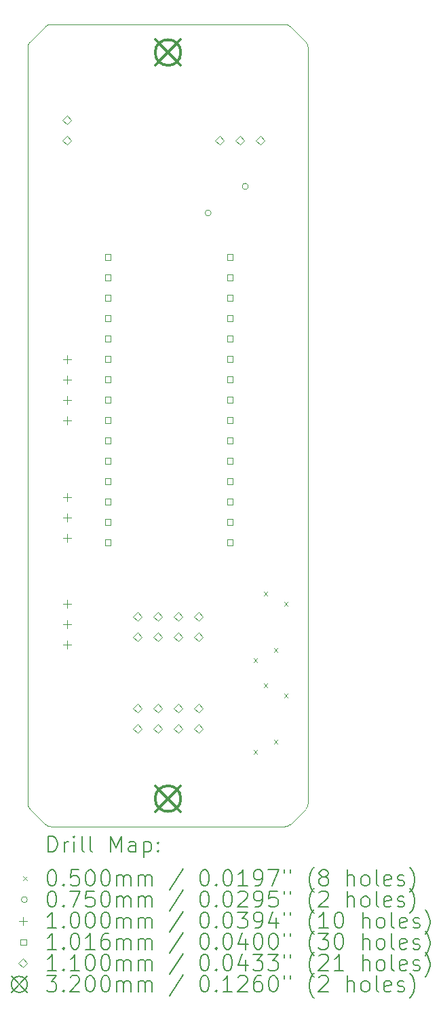
<source format=gbr>
%TF.GenerationSoftware,KiCad,Pcbnew,9.0.0*%
%TF.CreationDate,2025-07-23T11:09:13-05:00*%
%TF.ProjectId,numitroncontrol,6e756d69-7472-46f6-9e63-6f6e74726f6c,rev?*%
%TF.SameCoordinates,Original*%
%TF.FileFunction,Drillmap*%
%TF.FilePolarity,Positive*%
%FSLAX45Y45*%
G04 Gerber Fmt 4.5, Leading zero omitted, Abs format (unit mm)*
G04 Created by KiCad (PCBNEW 9.0.0) date 2025-07-23 11:09:13*
%MOMM*%
%LPD*%
G01*
G04 APERTURE LIST*
%ADD10C,0.100000*%
%ADD11C,0.200000*%
%ADD12C,0.101600*%
%ADD13C,0.110000*%
%ADD14C,0.320000*%
G04 APERTURE END LIST*
D10*
X10938000Y-8369621D02*
X10938000Y-17786779D01*
X14408711Y-17857489D02*
X14217289Y-18048911D01*
X11158711Y-18048911D02*
X10967289Y-17857489D01*
X10938000Y-8369621D02*
G75*
G02*
X10967289Y-8298910I100000J1D01*
G01*
X11158711Y-8107489D02*
G75*
G02*
X11229421Y-8078203I70719J-70741D01*
G01*
X14217289Y-18048911D02*
G75*
G02*
X14146579Y-18078197I-70719J70741D01*
G01*
X10967289Y-17857489D02*
G75*
G02*
X10938003Y-17786779I70741J70719D01*
G01*
X14146579Y-18078200D02*
X11229421Y-18078200D01*
X14146579Y-8078200D02*
X11229421Y-8078200D01*
X14146579Y-8078200D02*
G75*
G02*
X14217288Y-8107491I1J-99990D01*
G01*
X14408711Y-8298911D02*
G75*
G02*
X14437997Y-8369621I-70741J-70719D01*
G01*
X11158711Y-8107489D02*
X10967289Y-8298911D01*
X11229421Y-18078200D02*
G75*
G02*
X11158712Y-18048909I-1J99990D01*
G01*
X14438000Y-8369621D02*
X14438000Y-17786779D01*
X14438000Y-17786779D02*
G75*
G02*
X14408709Y-17857488I-99990J-1D01*
G01*
X14217289Y-8107489D02*
X14408711Y-8298911D01*
D11*
D10*
X13754500Y-15977000D02*
X13804500Y-16027000D01*
X13804500Y-15977000D02*
X13754500Y-16027000D01*
X13754500Y-17120000D02*
X13804500Y-17170000D01*
X13804500Y-17120000D02*
X13754500Y-17170000D01*
X13881500Y-15151500D02*
X13931500Y-15201500D01*
X13931500Y-15151500D02*
X13881500Y-15201500D01*
X13881500Y-16294500D02*
X13931500Y-16344500D01*
X13931500Y-16294500D02*
X13881500Y-16344500D01*
X14008500Y-15850000D02*
X14058500Y-15900000D01*
X14058500Y-15850000D02*
X14008500Y-15900000D01*
X14008500Y-16993000D02*
X14058500Y-17043000D01*
X14058500Y-16993000D02*
X14008500Y-17043000D01*
X14135500Y-15278500D02*
X14185500Y-15328500D01*
X14185500Y-15278500D02*
X14135500Y-15328500D01*
X14135500Y-16421500D02*
X14185500Y-16471500D01*
X14185500Y-16421500D02*
X14135500Y-16471500D01*
X13225500Y-10428200D02*
G75*
G02*
X13150500Y-10428200I-37500J0D01*
G01*
X13150500Y-10428200D02*
G75*
G02*
X13225500Y-10428200I37500J0D01*
G01*
X13690000Y-10096500D02*
G75*
G02*
X13615000Y-10096500I-37500J0D01*
G01*
X13615000Y-10096500D02*
G75*
G02*
X13690000Y-10096500I37500J0D01*
G01*
X11430000Y-12205500D02*
X11430000Y-12305500D01*
X11380000Y-12255500D02*
X11480000Y-12255500D01*
X11430000Y-12459500D02*
X11430000Y-12559500D01*
X11380000Y-12509500D02*
X11480000Y-12509500D01*
X11430000Y-12713500D02*
X11430000Y-12813500D01*
X11380000Y-12763500D02*
X11480000Y-12763500D01*
X11430000Y-12967500D02*
X11430000Y-13067500D01*
X11380000Y-13017500D02*
X11480000Y-13017500D01*
X11430000Y-13920000D02*
X11430000Y-14020000D01*
X11380000Y-13970000D02*
X11480000Y-13970000D01*
X11430000Y-14174000D02*
X11430000Y-14274000D01*
X11380000Y-14224000D02*
X11480000Y-14224000D01*
X11430000Y-14428000D02*
X11430000Y-14528000D01*
X11380000Y-14478000D02*
X11480000Y-14478000D01*
X11430000Y-15253500D02*
X11430000Y-15353500D01*
X11380000Y-15303500D02*
X11480000Y-15303500D01*
X11430000Y-15507500D02*
X11430000Y-15607500D01*
X11380000Y-15557500D02*
X11480000Y-15557500D01*
X11430000Y-15761500D02*
X11430000Y-15861500D01*
X11380000Y-15811500D02*
X11480000Y-15811500D01*
D12*
X11973921Y-11014121D02*
X11973921Y-10942279D01*
X11902079Y-10942279D01*
X11902079Y-11014121D01*
X11973921Y-11014121D01*
X11973921Y-11268121D02*
X11973921Y-11196279D01*
X11902079Y-11196279D01*
X11902079Y-11268121D01*
X11973921Y-11268121D01*
X11973921Y-11522121D02*
X11973921Y-11450279D01*
X11902079Y-11450279D01*
X11902079Y-11522121D01*
X11973921Y-11522121D01*
X11973921Y-11776121D02*
X11973921Y-11704279D01*
X11902079Y-11704279D01*
X11902079Y-11776121D01*
X11973921Y-11776121D01*
X11973921Y-12030121D02*
X11973921Y-11958279D01*
X11902079Y-11958279D01*
X11902079Y-12030121D01*
X11973921Y-12030121D01*
X11973921Y-12284121D02*
X11973921Y-12212279D01*
X11902079Y-12212279D01*
X11902079Y-12284121D01*
X11973921Y-12284121D01*
X11973921Y-12538121D02*
X11973921Y-12466279D01*
X11902079Y-12466279D01*
X11902079Y-12538121D01*
X11973921Y-12538121D01*
X11973921Y-12792121D02*
X11973921Y-12720279D01*
X11902079Y-12720279D01*
X11902079Y-12792121D01*
X11973921Y-12792121D01*
X11973921Y-13046121D02*
X11973921Y-12974279D01*
X11902079Y-12974279D01*
X11902079Y-13046121D01*
X11973921Y-13046121D01*
X11973921Y-13300121D02*
X11973921Y-13228279D01*
X11902079Y-13228279D01*
X11902079Y-13300121D01*
X11973921Y-13300121D01*
X11973921Y-13554121D02*
X11973921Y-13482279D01*
X11902079Y-13482279D01*
X11902079Y-13554121D01*
X11973921Y-13554121D01*
X11973921Y-13808121D02*
X11973921Y-13736279D01*
X11902079Y-13736279D01*
X11902079Y-13808121D01*
X11973921Y-13808121D01*
X11973921Y-14062121D02*
X11973921Y-13990279D01*
X11902079Y-13990279D01*
X11902079Y-14062121D01*
X11973921Y-14062121D01*
X11973921Y-14316121D02*
X11973921Y-14244279D01*
X11902079Y-14244279D01*
X11902079Y-14316121D01*
X11973921Y-14316121D01*
X11973921Y-14570121D02*
X11973921Y-14498279D01*
X11902079Y-14498279D01*
X11902079Y-14570121D01*
X11973921Y-14570121D01*
X13497921Y-11014121D02*
X13497921Y-10942279D01*
X13426079Y-10942279D01*
X13426079Y-11014121D01*
X13497921Y-11014121D01*
X13497921Y-11268121D02*
X13497921Y-11196279D01*
X13426079Y-11196279D01*
X13426079Y-11268121D01*
X13497921Y-11268121D01*
X13497921Y-11522121D02*
X13497921Y-11450279D01*
X13426079Y-11450279D01*
X13426079Y-11522121D01*
X13497921Y-11522121D01*
X13497921Y-11776121D02*
X13497921Y-11704279D01*
X13426079Y-11704279D01*
X13426079Y-11776121D01*
X13497921Y-11776121D01*
X13497921Y-12030121D02*
X13497921Y-11958279D01*
X13426079Y-11958279D01*
X13426079Y-12030121D01*
X13497921Y-12030121D01*
X13497921Y-12284121D02*
X13497921Y-12212279D01*
X13426079Y-12212279D01*
X13426079Y-12284121D01*
X13497921Y-12284121D01*
X13497921Y-12538121D02*
X13497921Y-12466279D01*
X13426079Y-12466279D01*
X13426079Y-12538121D01*
X13497921Y-12538121D01*
X13497921Y-12792121D02*
X13497921Y-12720279D01*
X13426079Y-12720279D01*
X13426079Y-12792121D01*
X13497921Y-12792121D01*
X13497921Y-13046121D02*
X13497921Y-12974279D01*
X13426079Y-12974279D01*
X13426079Y-13046121D01*
X13497921Y-13046121D01*
X13497921Y-13300121D02*
X13497921Y-13228279D01*
X13426079Y-13228279D01*
X13426079Y-13300121D01*
X13497921Y-13300121D01*
X13497921Y-13554121D02*
X13497921Y-13482279D01*
X13426079Y-13482279D01*
X13426079Y-13554121D01*
X13497921Y-13554121D01*
X13497921Y-13808121D02*
X13497921Y-13736279D01*
X13426079Y-13736279D01*
X13426079Y-13808121D01*
X13497921Y-13808121D01*
X13497921Y-14062121D02*
X13497921Y-13990279D01*
X13426079Y-13990279D01*
X13426079Y-14062121D01*
X13497921Y-14062121D01*
X13497921Y-14316121D02*
X13497921Y-14244279D01*
X13426079Y-14244279D01*
X13426079Y-14316121D01*
X13497921Y-14316121D01*
X13497921Y-14570121D02*
X13497921Y-14498279D01*
X13426079Y-14498279D01*
X13426079Y-14570121D01*
X13497921Y-14570121D01*
D13*
X11430000Y-9326000D02*
X11485000Y-9271000D01*
X11430000Y-9216000D01*
X11375000Y-9271000D01*
X11430000Y-9326000D01*
X11430000Y-9580000D02*
X11485000Y-9525000D01*
X11430000Y-9470000D01*
X11375000Y-9525000D01*
X11430000Y-9580000D01*
X12307000Y-15515700D02*
X12362000Y-15460700D01*
X12307000Y-15405700D01*
X12252000Y-15460700D01*
X12307000Y-15515700D01*
X12307000Y-15769700D02*
X12362000Y-15714700D01*
X12307000Y-15659700D01*
X12252000Y-15714700D01*
X12307000Y-15769700D01*
X12307000Y-16656200D02*
X12362000Y-16601200D01*
X12307000Y-16546200D01*
X12252000Y-16601200D01*
X12307000Y-16656200D01*
X12307000Y-16910200D02*
X12362000Y-16855200D01*
X12307000Y-16800200D01*
X12252000Y-16855200D01*
X12307000Y-16910200D01*
X12561000Y-15515700D02*
X12616000Y-15460700D01*
X12561000Y-15405700D01*
X12506000Y-15460700D01*
X12561000Y-15515700D01*
X12561000Y-15769700D02*
X12616000Y-15714700D01*
X12561000Y-15659700D01*
X12506000Y-15714700D01*
X12561000Y-15769700D01*
X12561000Y-16656200D02*
X12616000Y-16601200D01*
X12561000Y-16546200D01*
X12506000Y-16601200D01*
X12561000Y-16656200D01*
X12561000Y-16910200D02*
X12616000Y-16855200D01*
X12561000Y-16800200D01*
X12506000Y-16855200D01*
X12561000Y-16910200D01*
X12815000Y-15515700D02*
X12870000Y-15460700D01*
X12815000Y-15405700D01*
X12760000Y-15460700D01*
X12815000Y-15515700D01*
X12815000Y-15769700D02*
X12870000Y-15714700D01*
X12815000Y-15659700D01*
X12760000Y-15714700D01*
X12815000Y-15769700D01*
X12815000Y-16656200D02*
X12870000Y-16601200D01*
X12815000Y-16546200D01*
X12760000Y-16601200D01*
X12815000Y-16656200D01*
X12815000Y-16910200D02*
X12870000Y-16855200D01*
X12815000Y-16800200D01*
X12760000Y-16855200D01*
X12815000Y-16910200D01*
X13069000Y-15515700D02*
X13124000Y-15460700D01*
X13069000Y-15405700D01*
X13014000Y-15460700D01*
X13069000Y-15515700D01*
X13069000Y-15769700D02*
X13124000Y-15714700D01*
X13069000Y-15659700D01*
X13014000Y-15714700D01*
X13069000Y-15769700D01*
X13069000Y-16656200D02*
X13124000Y-16601200D01*
X13069000Y-16546200D01*
X13014000Y-16601200D01*
X13069000Y-16656200D01*
X13069000Y-16910200D02*
X13124000Y-16855200D01*
X13069000Y-16800200D01*
X13014000Y-16855200D01*
X13069000Y-16910200D01*
X13335000Y-9580000D02*
X13390000Y-9525000D01*
X13335000Y-9470000D01*
X13280000Y-9525000D01*
X13335000Y-9580000D01*
X13589000Y-9580000D02*
X13644000Y-9525000D01*
X13589000Y-9470000D01*
X13534000Y-9525000D01*
X13589000Y-9580000D01*
X13843000Y-9580000D02*
X13898000Y-9525000D01*
X13843000Y-9470000D01*
X13788000Y-9525000D01*
X13843000Y-9580000D01*
D14*
X12528000Y-8268200D02*
X12848000Y-8588200D01*
X12848000Y-8268200D02*
X12528000Y-8588200D01*
X12848000Y-8428200D02*
G75*
G02*
X12528000Y-8428200I-160000J0D01*
G01*
X12528000Y-8428200D02*
G75*
G02*
X12848000Y-8428200I160000J0D01*
G01*
X12528000Y-17568200D02*
X12848000Y-17888200D01*
X12848000Y-17568200D02*
X12528000Y-17888200D01*
X12848000Y-17728200D02*
G75*
G02*
X12528000Y-17728200I-160000J0D01*
G01*
X12528000Y-17728200D02*
G75*
G02*
X12848000Y-17728200I160000J0D01*
G01*
D11*
X11193777Y-18394684D02*
X11193777Y-18194684D01*
X11193777Y-18194684D02*
X11241396Y-18194684D01*
X11241396Y-18194684D02*
X11269967Y-18204208D01*
X11269967Y-18204208D02*
X11289015Y-18223255D01*
X11289015Y-18223255D02*
X11298539Y-18242303D01*
X11298539Y-18242303D02*
X11308062Y-18280398D01*
X11308062Y-18280398D02*
X11308062Y-18308970D01*
X11308062Y-18308970D02*
X11298539Y-18347065D01*
X11298539Y-18347065D02*
X11289015Y-18366112D01*
X11289015Y-18366112D02*
X11269967Y-18385160D01*
X11269967Y-18385160D02*
X11241396Y-18394684D01*
X11241396Y-18394684D02*
X11193777Y-18394684D01*
X11393777Y-18394684D02*
X11393777Y-18261350D01*
X11393777Y-18299446D02*
X11403301Y-18280398D01*
X11403301Y-18280398D02*
X11412824Y-18270874D01*
X11412824Y-18270874D02*
X11431872Y-18261350D01*
X11431872Y-18261350D02*
X11450920Y-18261350D01*
X11517586Y-18394684D02*
X11517586Y-18261350D01*
X11517586Y-18194684D02*
X11508062Y-18204208D01*
X11508062Y-18204208D02*
X11517586Y-18213731D01*
X11517586Y-18213731D02*
X11527110Y-18204208D01*
X11527110Y-18204208D02*
X11517586Y-18194684D01*
X11517586Y-18194684D02*
X11517586Y-18213731D01*
X11641396Y-18394684D02*
X11622348Y-18385160D01*
X11622348Y-18385160D02*
X11612824Y-18366112D01*
X11612824Y-18366112D02*
X11612824Y-18194684D01*
X11746158Y-18394684D02*
X11727110Y-18385160D01*
X11727110Y-18385160D02*
X11717586Y-18366112D01*
X11717586Y-18366112D02*
X11717586Y-18194684D01*
X11974729Y-18394684D02*
X11974729Y-18194684D01*
X11974729Y-18194684D02*
X12041396Y-18337541D01*
X12041396Y-18337541D02*
X12108062Y-18194684D01*
X12108062Y-18194684D02*
X12108062Y-18394684D01*
X12289015Y-18394684D02*
X12289015Y-18289922D01*
X12289015Y-18289922D02*
X12279491Y-18270874D01*
X12279491Y-18270874D02*
X12260443Y-18261350D01*
X12260443Y-18261350D02*
X12222348Y-18261350D01*
X12222348Y-18261350D02*
X12203301Y-18270874D01*
X12289015Y-18385160D02*
X12269967Y-18394684D01*
X12269967Y-18394684D02*
X12222348Y-18394684D01*
X12222348Y-18394684D02*
X12203301Y-18385160D01*
X12203301Y-18385160D02*
X12193777Y-18366112D01*
X12193777Y-18366112D02*
X12193777Y-18347065D01*
X12193777Y-18347065D02*
X12203301Y-18328017D01*
X12203301Y-18328017D02*
X12222348Y-18318493D01*
X12222348Y-18318493D02*
X12269967Y-18318493D01*
X12269967Y-18318493D02*
X12289015Y-18308970D01*
X12384253Y-18261350D02*
X12384253Y-18461350D01*
X12384253Y-18270874D02*
X12403301Y-18261350D01*
X12403301Y-18261350D02*
X12441396Y-18261350D01*
X12441396Y-18261350D02*
X12460443Y-18270874D01*
X12460443Y-18270874D02*
X12469967Y-18280398D01*
X12469967Y-18280398D02*
X12479491Y-18299446D01*
X12479491Y-18299446D02*
X12479491Y-18356589D01*
X12479491Y-18356589D02*
X12469967Y-18375636D01*
X12469967Y-18375636D02*
X12460443Y-18385160D01*
X12460443Y-18385160D02*
X12441396Y-18394684D01*
X12441396Y-18394684D02*
X12403301Y-18394684D01*
X12403301Y-18394684D02*
X12384253Y-18385160D01*
X12565205Y-18375636D02*
X12574729Y-18385160D01*
X12574729Y-18385160D02*
X12565205Y-18394684D01*
X12565205Y-18394684D02*
X12555682Y-18385160D01*
X12555682Y-18385160D02*
X12565205Y-18375636D01*
X12565205Y-18375636D02*
X12565205Y-18394684D01*
X12565205Y-18270874D02*
X12574729Y-18280398D01*
X12574729Y-18280398D02*
X12565205Y-18289922D01*
X12565205Y-18289922D02*
X12555682Y-18280398D01*
X12555682Y-18280398D02*
X12565205Y-18270874D01*
X12565205Y-18270874D02*
X12565205Y-18289922D01*
D10*
X10883000Y-18698200D02*
X10933000Y-18748200D01*
X10933000Y-18698200D02*
X10883000Y-18748200D01*
D11*
X11231872Y-18614684D02*
X11250920Y-18614684D01*
X11250920Y-18614684D02*
X11269967Y-18624208D01*
X11269967Y-18624208D02*
X11279491Y-18633731D01*
X11279491Y-18633731D02*
X11289015Y-18652779D01*
X11289015Y-18652779D02*
X11298539Y-18690874D01*
X11298539Y-18690874D02*
X11298539Y-18738493D01*
X11298539Y-18738493D02*
X11289015Y-18776589D01*
X11289015Y-18776589D02*
X11279491Y-18795636D01*
X11279491Y-18795636D02*
X11269967Y-18805160D01*
X11269967Y-18805160D02*
X11250920Y-18814684D01*
X11250920Y-18814684D02*
X11231872Y-18814684D01*
X11231872Y-18814684D02*
X11212824Y-18805160D01*
X11212824Y-18805160D02*
X11203301Y-18795636D01*
X11203301Y-18795636D02*
X11193777Y-18776589D01*
X11193777Y-18776589D02*
X11184253Y-18738493D01*
X11184253Y-18738493D02*
X11184253Y-18690874D01*
X11184253Y-18690874D02*
X11193777Y-18652779D01*
X11193777Y-18652779D02*
X11203301Y-18633731D01*
X11203301Y-18633731D02*
X11212824Y-18624208D01*
X11212824Y-18624208D02*
X11231872Y-18614684D01*
X11384253Y-18795636D02*
X11393777Y-18805160D01*
X11393777Y-18805160D02*
X11384253Y-18814684D01*
X11384253Y-18814684D02*
X11374729Y-18805160D01*
X11374729Y-18805160D02*
X11384253Y-18795636D01*
X11384253Y-18795636D02*
X11384253Y-18814684D01*
X11574729Y-18614684D02*
X11479491Y-18614684D01*
X11479491Y-18614684D02*
X11469967Y-18709922D01*
X11469967Y-18709922D02*
X11479491Y-18700398D01*
X11479491Y-18700398D02*
X11498539Y-18690874D01*
X11498539Y-18690874D02*
X11546158Y-18690874D01*
X11546158Y-18690874D02*
X11565205Y-18700398D01*
X11565205Y-18700398D02*
X11574729Y-18709922D01*
X11574729Y-18709922D02*
X11584253Y-18728970D01*
X11584253Y-18728970D02*
X11584253Y-18776589D01*
X11584253Y-18776589D02*
X11574729Y-18795636D01*
X11574729Y-18795636D02*
X11565205Y-18805160D01*
X11565205Y-18805160D02*
X11546158Y-18814684D01*
X11546158Y-18814684D02*
X11498539Y-18814684D01*
X11498539Y-18814684D02*
X11479491Y-18805160D01*
X11479491Y-18805160D02*
X11469967Y-18795636D01*
X11708062Y-18614684D02*
X11727110Y-18614684D01*
X11727110Y-18614684D02*
X11746158Y-18624208D01*
X11746158Y-18624208D02*
X11755682Y-18633731D01*
X11755682Y-18633731D02*
X11765205Y-18652779D01*
X11765205Y-18652779D02*
X11774729Y-18690874D01*
X11774729Y-18690874D02*
X11774729Y-18738493D01*
X11774729Y-18738493D02*
X11765205Y-18776589D01*
X11765205Y-18776589D02*
X11755682Y-18795636D01*
X11755682Y-18795636D02*
X11746158Y-18805160D01*
X11746158Y-18805160D02*
X11727110Y-18814684D01*
X11727110Y-18814684D02*
X11708062Y-18814684D01*
X11708062Y-18814684D02*
X11689015Y-18805160D01*
X11689015Y-18805160D02*
X11679491Y-18795636D01*
X11679491Y-18795636D02*
X11669967Y-18776589D01*
X11669967Y-18776589D02*
X11660443Y-18738493D01*
X11660443Y-18738493D02*
X11660443Y-18690874D01*
X11660443Y-18690874D02*
X11669967Y-18652779D01*
X11669967Y-18652779D02*
X11679491Y-18633731D01*
X11679491Y-18633731D02*
X11689015Y-18624208D01*
X11689015Y-18624208D02*
X11708062Y-18614684D01*
X11898539Y-18614684D02*
X11917586Y-18614684D01*
X11917586Y-18614684D02*
X11936634Y-18624208D01*
X11936634Y-18624208D02*
X11946158Y-18633731D01*
X11946158Y-18633731D02*
X11955682Y-18652779D01*
X11955682Y-18652779D02*
X11965205Y-18690874D01*
X11965205Y-18690874D02*
X11965205Y-18738493D01*
X11965205Y-18738493D02*
X11955682Y-18776589D01*
X11955682Y-18776589D02*
X11946158Y-18795636D01*
X11946158Y-18795636D02*
X11936634Y-18805160D01*
X11936634Y-18805160D02*
X11917586Y-18814684D01*
X11917586Y-18814684D02*
X11898539Y-18814684D01*
X11898539Y-18814684D02*
X11879491Y-18805160D01*
X11879491Y-18805160D02*
X11869967Y-18795636D01*
X11869967Y-18795636D02*
X11860443Y-18776589D01*
X11860443Y-18776589D02*
X11850920Y-18738493D01*
X11850920Y-18738493D02*
X11850920Y-18690874D01*
X11850920Y-18690874D02*
X11860443Y-18652779D01*
X11860443Y-18652779D02*
X11869967Y-18633731D01*
X11869967Y-18633731D02*
X11879491Y-18624208D01*
X11879491Y-18624208D02*
X11898539Y-18614684D01*
X12050920Y-18814684D02*
X12050920Y-18681350D01*
X12050920Y-18700398D02*
X12060443Y-18690874D01*
X12060443Y-18690874D02*
X12079491Y-18681350D01*
X12079491Y-18681350D02*
X12108063Y-18681350D01*
X12108063Y-18681350D02*
X12127110Y-18690874D01*
X12127110Y-18690874D02*
X12136634Y-18709922D01*
X12136634Y-18709922D02*
X12136634Y-18814684D01*
X12136634Y-18709922D02*
X12146158Y-18690874D01*
X12146158Y-18690874D02*
X12165205Y-18681350D01*
X12165205Y-18681350D02*
X12193777Y-18681350D01*
X12193777Y-18681350D02*
X12212824Y-18690874D01*
X12212824Y-18690874D02*
X12222348Y-18709922D01*
X12222348Y-18709922D02*
X12222348Y-18814684D01*
X12317586Y-18814684D02*
X12317586Y-18681350D01*
X12317586Y-18700398D02*
X12327110Y-18690874D01*
X12327110Y-18690874D02*
X12346158Y-18681350D01*
X12346158Y-18681350D02*
X12374729Y-18681350D01*
X12374729Y-18681350D02*
X12393777Y-18690874D01*
X12393777Y-18690874D02*
X12403301Y-18709922D01*
X12403301Y-18709922D02*
X12403301Y-18814684D01*
X12403301Y-18709922D02*
X12412824Y-18690874D01*
X12412824Y-18690874D02*
X12431872Y-18681350D01*
X12431872Y-18681350D02*
X12460443Y-18681350D01*
X12460443Y-18681350D02*
X12479491Y-18690874D01*
X12479491Y-18690874D02*
X12489015Y-18709922D01*
X12489015Y-18709922D02*
X12489015Y-18814684D01*
X12879491Y-18605160D02*
X12708063Y-18862303D01*
X13136634Y-18614684D02*
X13155682Y-18614684D01*
X13155682Y-18614684D02*
X13174729Y-18624208D01*
X13174729Y-18624208D02*
X13184253Y-18633731D01*
X13184253Y-18633731D02*
X13193777Y-18652779D01*
X13193777Y-18652779D02*
X13203301Y-18690874D01*
X13203301Y-18690874D02*
X13203301Y-18738493D01*
X13203301Y-18738493D02*
X13193777Y-18776589D01*
X13193777Y-18776589D02*
X13184253Y-18795636D01*
X13184253Y-18795636D02*
X13174729Y-18805160D01*
X13174729Y-18805160D02*
X13155682Y-18814684D01*
X13155682Y-18814684D02*
X13136634Y-18814684D01*
X13136634Y-18814684D02*
X13117586Y-18805160D01*
X13117586Y-18805160D02*
X13108063Y-18795636D01*
X13108063Y-18795636D02*
X13098539Y-18776589D01*
X13098539Y-18776589D02*
X13089015Y-18738493D01*
X13089015Y-18738493D02*
X13089015Y-18690874D01*
X13089015Y-18690874D02*
X13098539Y-18652779D01*
X13098539Y-18652779D02*
X13108063Y-18633731D01*
X13108063Y-18633731D02*
X13117586Y-18624208D01*
X13117586Y-18624208D02*
X13136634Y-18614684D01*
X13289015Y-18795636D02*
X13298539Y-18805160D01*
X13298539Y-18805160D02*
X13289015Y-18814684D01*
X13289015Y-18814684D02*
X13279491Y-18805160D01*
X13279491Y-18805160D02*
X13289015Y-18795636D01*
X13289015Y-18795636D02*
X13289015Y-18814684D01*
X13422348Y-18614684D02*
X13441396Y-18614684D01*
X13441396Y-18614684D02*
X13460444Y-18624208D01*
X13460444Y-18624208D02*
X13469967Y-18633731D01*
X13469967Y-18633731D02*
X13479491Y-18652779D01*
X13479491Y-18652779D02*
X13489015Y-18690874D01*
X13489015Y-18690874D02*
X13489015Y-18738493D01*
X13489015Y-18738493D02*
X13479491Y-18776589D01*
X13479491Y-18776589D02*
X13469967Y-18795636D01*
X13469967Y-18795636D02*
X13460444Y-18805160D01*
X13460444Y-18805160D02*
X13441396Y-18814684D01*
X13441396Y-18814684D02*
X13422348Y-18814684D01*
X13422348Y-18814684D02*
X13403301Y-18805160D01*
X13403301Y-18805160D02*
X13393777Y-18795636D01*
X13393777Y-18795636D02*
X13384253Y-18776589D01*
X13384253Y-18776589D02*
X13374729Y-18738493D01*
X13374729Y-18738493D02*
X13374729Y-18690874D01*
X13374729Y-18690874D02*
X13384253Y-18652779D01*
X13384253Y-18652779D02*
X13393777Y-18633731D01*
X13393777Y-18633731D02*
X13403301Y-18624208D01*
X13403301Y-18624208D02*
X13422348Y-18614684D01*
X13679491Y-18814684D02*
X13565206Y-18814684D01*
X13622348Y-18814684D02*
X13622348Y-18614684D01*
X13622348Y-18614684D02*
X13603301Y-18643255D01*
X13603301Y-18643255D02*
X13584253Y-18662303D01*
X13584253Y-18662303D02*
X13565206Y-18671827D01*
X13774729Y-18814684D02*
X13812825Y-18814684D01*
X13812825Y-18814684D02*
X13831872Y-18805160D01*
X13831872Y-18805160D02*
X13841396Y-18795636D01*
X13841396Y-18795636D02*
X13860444Y-18767065D01*
X13860444Y-18767065D02*
X13869967Y-18728970D01*
X13869967Y-18728970D02*
X13869967Y-18652779D01*
X13869967Y-18652779D02*
X13860444Y-18633731D01*
X13860444Y-18633731D02*
X13850920Y-18624208D01*
X13850920Y-18624208D02*
X13831872Y-18614684D01*
X13831872Y-18614684D02*
X13793777Y-18614684D01*
X13793777Y-18614684D02*
X13774729Y-18624208D01*
X13774729Y-18624208D02*
X13765206Y-18633731D01*
X13765206Y-18633731D02*
X13755682Y-18652779D01*
X13755682Y-18652779D02*
X13755682Y-18700398D01*
X13755682Y-18700398D02*
X13765206Y-18719446D01*
X13765206Y-18719446D02*
X13774729Y-18728970D01*
X13774729Y-18728970D02*
X13793777Y-18738493D01*
X13793777Y-18738493D02*
X13831872Y-18738493D01*
X13831872Y-18738493D02*
X13850920Y-18728970D01*
X13850920Y-18728970D02*
X13860444Y-18719446D01*
X13860444Y-18719446D02*
X13869967Y-18700398D01*
X13936634Y-18614684D02*
X14069967Y-18614684D01*
X14069967Y-18614684D02*
X13984253Y-18814684D01*
X14136634Y-18614684D02*
X14136634Y-18652779D01*
X14212825Y-18614684D02*
X14212825Y-18652779D01*
X14508063Y-18890874D02*
X14498539Y-18881350D01*
X14498539Y-18881350D02*
X14479491Y-18852779D01*
X14479491Y-18852779D02*
X14469968Y-18833731D01*
X14469968Y-18833731D02*
X14460444Y-18805160D01*
X14460444Y-18805160D02*
X14450920Y-18757541D01*
X14450920Y-18757541D02*
X14450920Y-18719446D01*
X14450920Y-18719446D02*
X14460444Y-18671827D01*
X14460444Y-18671827D02*
X14469968Y-18643255D01*
X14469968Y-18643255D02*
X14479491Y-18624208D01*
X14479491Y-18624208D02*
X14498539Y-18595636D01*
X14498539Y-18595636D02*
X14508063Y-18586112D01*
X14612825Y-18700398D02*
X14593777Y-18690874D01*
X14593777Y-18690874D02*
X14584253Y-18681350D01*
X14584253Y-18681350D02*
X14574729Y-18662303D01*
X14574729Y-18662303D02*
X14574729Y-18652779D01*
X14574729Y-18652779D02*
X14584253Y-18633731D01*
X14584253Y-18633731D02*
X14593777Y-18624208D01*
X14593777Y-18624208D02*
X14612825Y-18614684D01*
X14612825Y-18614684D02*
X14650920Y-18614684D01*
X14650920Y-18614684D02*
X14669968Y-18624208D01*
X14669968Y-18624208D02*
X14679491Y-18633731D01*
X14679491Y-18633731D02*
X14689015Y-18652779D01*
X14689015Y-18652779D02*
X14689015Y-18662303D01*
X14689015Y-18662303D02*
X14679491Y-18681350D01*
X14679491Y-18681350D02*
X14669968Y-18690874D01*
X14669968Y-18690874D02*
X14650920Y-18700398D01*
X14650920Y-18700398D02*
X14612825Y-18700398D01*
X14612825Y-18700398D02*
X14593777Y-18709922D01*
X14593777Y-18709922D02*
X14584253Y-18719446D01*
X14584253Y-18719446D02*
X14574729Y-18738493D01*
X14574729Y-18738493D02*
X14574729Y-18776589D01*
X14574729Y-18776589D02*
X14584253Y-18795636D01*
X14584253Y-18795636D02*
X14593777Y-18805160D01*
X14593777Y-18805160D02*
X14612825Y-18814684D01*
X14612825Y-18814684D02*
X14650920Y-18814684D01*
X14650920Y-18814684D02*
X14669968Y-18805160D01*
X14669968Y-18805160D02*
X14679491Y-18795636D01*
X14679491Y-18795636D02*
X14689015Y-18776589D01*
X14689015Y-18776589D02*
X14689015Y-18738493D01*
X14689015Y-18738493D02*
X14679491Y-18719446D01*
X14679491Y-18719446D02*
X14669968Y-18709922D01*
X14669968Y-18709922D02*
X14650920Y-18700398D01*
X14927110Y-18814684D02*
X14927110Y-18614684D01*
X15012825Y-18814684D02*
X15012825Y-18709922D01*
X15012825Y-18709922D02*
X15003301Y-18690874D01*
X15003301Y-18690874D02*
X14984253Y-18681350D01*
X14984253Y-18681350D02*
X14955682Y-18681350D01*
X14955682Y-18681350D02*
X14936634Y-18690874D01*
X14936634Y-18690874D02*
X14927110Y-18700398D01*
X15136634Y-18814684D02*
X15117587Y-18805160D01*
X15117587Y-18805160D02*
X15108063Y-18795636D01*
X15108063Y-18795636D02*
X15098539Y-18776589D01*
X15098539Y-18776589D02*
X15098539Y-18719446D01*
X15098539Y-18719446D02*
X15108063Y-18700398D01*
X15108063Y-18700398D02*
X15117587Y-18690874D01*
X15117587Y-18690874D02*
X15136634Y-18681350D01*
X15136634Y-18681350D02*
X15165206Y-18681350D01*
X15165206Y-18681350D02*
X15184253Y-18690874D01*
X15184253Y-18690874D02*
X15193777Y-18700398D01*
X15193777Y-18700398D02*
X15203301Y-18719446D01*
X15203301Y-18719446D02*
X15203301Y-18776589D01*
X15203301Y-18776589D02*
X15193777Y-18795636D01*
X15193777Y-18795636D02*
X15184253Y-18805160D01*
X15184253Y-18805160D02*
X15165206Y-18814684D01*
X15165206Y-18814684D02*
X15136634Y-18814684D01*
X15317587Y-18814684D02*
X15298539Y-18805160D01*
X15298539Y-18805160D02*
X15289015Y-18786112D01*
X15289015Y-18786112D02*
X15289015Y-18614684D01*
X15469968Y-18805160D02*
X15450920Y-18814684D01*
X15450920Y-18814684D02*
X15412825Y-18814684D01*
X15412825Y-18814684D02*
X15393777Y-18805160D01*
X15393777Y-18805160D02*
X15384253Y-18786112D01*
X15384253Y-18786112D02*
X15384253Y-18709922D01*
X15384253Y-18709922D02*
X15393777Y-18690874D01*
X15393777Y-18690874D02*
X15412825Y-18681350D01*
X15412825Y-18681350D02*
X15450920Y-18681350D01*
X15450920Y-18681350D02*
X15469968Y-18690874D01*
X15469968Y-18690874D02*
X15479491Y-18709922D01*
X15479491Y-18709922D02*
X15479491Y-18728970D01*
X15479491Y-18728970D02*
X15384253Y-18748017D01*
X15555682Y-18805160D02*
X15574730Y-18814684D01*
X15574730Y-18814684D02*
X15612825Y-18814684D01*
X15612825Y-18814684D02*
X15631872Y-18805160D01*
X15631872Y-18805160D02*
X15641396Y-18786112D01*
X15641396Y-18786112D02*
X15641396Y-18776589D01*
X15641396Y-18776589D02*
X15631872Y-18757541D01*
X15631872Y-18757541D02*
X15612825Y-18748017D01*
X15612825Y-18748017D02*
X15584253Y-18748017D01*
X15584253Y-18748017D02*
X15565206Y-18738493D01*
X15565206Y-18738493D02*
X15555682Y-18719446D01*
X15555682Y-18719446D02*
X15555682Y-18709922D01*
X15555682Y-18709922D02*
X15565206Y-18690874D01*
X15565206Y-18690874D02*
X15584253Y-18681350D01*
X15584253Y-18681350D02*
X15612825Y-18681350D01*
X15612825Y-18681350D02*
X15631872Y-18690874D01*
X15708063Y-18890874D02*
X15717587Y-18881350D01*
X15717587Y-18881350D02*
X15736634Y-18852779D01*
X15736634Y-18852779D02*
X15746158Y-18833731D01*
X15746158Y-18833731D02*
X15755682Y-18805160D01*
X15755682Y-18805160D02*
X15765206Y-18757541D01*
X15765206Y-18757541D02*
X15765206Y-18719446D01*
X15765206Y-18719446D02*
X15755682Y-18671827D01*
X15755682Y-18671827D02*
X15746158Y-18643255D01*
X15746158Y-18643255D02*
X15736634Y-18624208D01*
X15736634Y-18624208D02*
X15717587Y-18595636D01*
X15717587Y-18595636D02*
X15708063Y-18586112D01*
D10*
X10933000Y-18987200D02*
G75*
G02*
X10858000Y-18987200I-37500J0D01*
G01*
X10858000Y-18987200D02*
G75*
G02*
X10933000Y-18987200I37500J0D01*
G01*
D11*
X11231872Y-18878684D02*
X11250920Y-18878684D01*
X11250920Y-18878684D02*
X11269967Y-18888208D01*
X11269967Y-18888208D02*
X11279491Y-18897731D01*
X11279491Y-18897731D02*
X11289015Y-18916779D01*
X11289015Y-18916779D02*
X11298539Y-18954874D01*
X11298539Y-18954874D02*
X11298539Y-19002493D01*
X11298539Y-19002493D02*
X11289015Y-19040589D01*
X11289015Y-19040589D02*
X11279491Y-19059636D01*
X11279491Y-19059636D02*
X11269967Y-19069160D01*
X11269967Y-19069160D02*
X11250920Y-19078684D01*
X11250920Y-19078684D02*
X11231872Y-19078684D01*
X11231872Y-19078684D02*
X11212824Y-19069160D01*
X11212824Y-19069160D02*
X11203301Y-19059636D01*
X11203301Y-19059636D02*
X11193777Y-19040589D01*
X11193777Y-19040589D02*
X11184253Y-19002493D01*
X11184253Y-19002493D02*
X11184253Y-18954874D01*
X11184253Y-18954874D02*
X11193777Y-18916779D01*
X11193777Y-18916779D02*
X11203301Y-18897731D01*
X11203301Y-18897731D02*
X11212824Y-18888208D01*
X11212824Y-18888208D02*
X11231872Y-18878684D01*
X11384253Y-19059636D02*
X11393777Y-19069160D01*
X11393777Y-19069160D02*
X11384253Y-19078684D01*
X11384253Y-19078684D02*
X11374729Y-19069160D01*
X11374729Y-19069160D02*
X11384253Y-19059636D01*
X11384253Y-19059636D02*
X11384253Y-19078684D01*
X11460443Y-18878684D02*
X11593777Y-18878684D01*
X11593777Y-18878684D02*
X11508062Y-19078684D01*
X11765205Y-18878684D02*
X11669967Y-18878684D01*
X11669967Y-18878684D02*
X11660443Y-18973922D01*
X11660443Y-18973922D02*
X11669967Y-18964398D01*
X11669967Y-18964398D02*
X11689015Y-18954874D01*
X11689015Y-18954874D02*
X11736634Y-18954874D01*
X11736634Y-18954874D02*
X11755682Y-18964398D01*
X11755682Y-18964398D02*
X11765205Y-18973922D01*
X11765205Y-18973922D02*
X11774729Y-18992970D01*
X11774729Y-18992970D02*
X11774729Y-19040589D01*
X11774729Y-19040589D02*
X11765205Y-19059636D01*
X11765205Y-19059636D02*
X11755682Y-19069160D01*
X11755682Y-19069160D02*
X11736634Y-19078684D01*
X11736634Y-19078684D02*
X11689015Y-19078684D01*
X11689015Y-19078684D02*
X11669967Y-19069160D01*
X11669967Y-19069160D02*
X11660443Y-19059636D01*
X11898539Y-18878684D02*
X11917586Y-18878684D01*
X11917586Y-18878684D02*
X11936634Y-18888208D01*
X11936634Y-18888208D02*
X11946158Y-18897731D01*
X11946158Y-18897731D02*
X11955682Y-18916779D01*
X11955682Y-18916779D02*
X11965205Y-18954874D01*
X11965205Y-18954874D02*
X11965205Y-19002493D01*
X11965205Y-19002493D02*
X11955682Y-19040589D01*
X11955682Y-19040589D02*
X11946158Y-19059636D01*
X11946158Y-19059636D02*
X11936634Y-19069160D01*
X11936634Y-19069160D02*
X11917586Y-19078684D01*
X11917586Y-19078684D02*
X11898539Y-19078684D01*
X11898539Y-19078684D02*
X11879491Y-19069160D01*
X11879491Y-19069160D02*
X11869967Y-19059636D01*
X11869967Y-19059636D02*
X11860443Y-19040589D01*
X11860443Y-19040589D02*
X11850920Y-19002493D01*
X11850920Y-19002493D02*
X11850920Y-18954874D01*
X11850920Y-18954874D02*
X11860443Y-18916779D01*
X11860443Y-18916779D02*
X11869967Y-18897731D01*
X11869967Y-18897731D02*
X11879491Y-18888208D01*
X11879491Y-18888208D02*
X11898539Y-18878684D01*
X12050920Y-19078684D02*
X12050920Y-18945350D01*
X12050920Y-18964398D02*
X12060443Y-18954874D01*
X12060443Y-18954874D02*
X12079491Y-18945350D01*
X12079491Y-18945350D02*
X12108063Y-18945350D01*
X12108063Y-18945350D02*
X12127110Y-18954874D01*
X12127110Y-18954874D02*
X12136634Y-18973922D01*
X12136634Y-18973922D02*
X12136634Y-19078684D01*
X12136634Y-18973922D02*
X12146158Y-18954874D01*
X12146158Y-18954874D02*
X12165205Y-18945350D01*
X12165205Y-18945350D02*
X12193777Y-18945350D01*
X12193777Y-18945350D02*
X12212824Y-18954874D01*
X12212824Y-18954874D02*
X12222348Y-18973922D01*
X12222348Y-18973922D02*
X12222348Y-19078684D01*
X12317586Y-19078684D02*
X12317586Y-18945350D01*
X12317586Y-18964398D02*
X12327110Y-18954874D01*
X12327110Y-18954874D02*
X12346158Y-18945350D01*
X12346158Y-18945350D02*
X12374729Y-18945350D01*
X12374729Y-18945350D02*
X12393777Y-18954874D01*
X12393777Y-18954874D02*
X12403301Y-18973922D01*
X12403301Y-18973922D02*
X12403301Y-19078684D01*
X12403301Y-18973922D02*
X12412824Y-18954874D01*
X12412824Y-18954874D02*
X12431872Y-18945350D01*
X12431872Y-18945350D02*
X12460443Y-18945350D01*
X12460443Y-18945350D02*
X12479491Y-18954874D01*
X12479491Y-18954874D02*
X12489015Y-18973922D01*
X12489015Y-18973922D02*
X12489015Y-19078684D01*
X12879491Y-18869160D02*
X12708063Y-19126303D01*
X13136634Y-18878684D02*
X13155682Y-18878684D01*
X13155682Y-18878684D02*
X13174729Y-18888208D01*
X13174729Y-18888208D02*
X13184253Y-18897731D01*
X13184253Y-18897731D02*
X13193777Y-18916779D01*
X13193777Y-18916779D02*
X13203301Y-18954874D01*
X13203301Y-18954874D02*
X13203301Y-19002493D01*
X13203301Y-19002493D02*
X13193777Y-19040589D01*
X13193777Y-19040589D02*
X13184253Y-19059636D01*
X13184253Y-19059636D02*
X13174729Y-19069160D01*
X13174729Y-19069160D02*
X13155682Y-19078684D01*
X13155682Y-19078684D02*
X13136634Y-19078684D01*
X13136634Y-19078684D02*
X13117586Y-19069160D01*
X13117586Y-19069160D02*
X13108063Y-19059636D01*
X13108063Y-19059636D02*
X13098539Y-19040589D01*
X13098539Y-19040589D02*
X13089015Y-19002493D01*
X13089015Y-19002493D02*
X13089015Y-18954874D01*
X13089015Y-18954874D02*
X13098539Y-18916779D01*
X13098539Y-18916779D02*
X13108063Y-18897731D01*
X13108063Y-18897731D02*
X13117586Y-18888208D01*
X13117586Y-18888208D02*
X13136634Y-18878684D01*
X13289015Y-19059636D02*
X13298539Y-19069160D01*
X13298539Y-19069160D02*
X13289015Y-19078684D01*
X13289015Y-19078684D02*
X13279491Y-19069160D01*
X13279491Y-19069160D02*
X13289015Y-19059636D01*
X13289015Y-19059636D02*
X13289015Y-19078684D01*
X13422348Y-18878684D02*
X13441396Y-18878684D01*
X13441396Y-18878684D02*
X13460444Y-18888208D01*
X13460444Y-18888208D02*
X13469967Y-18897731D01*
X13469967Y-18897731D02*
X13479491Y-18916779D01*
X13479491Y-18916779D02*
X13489015Y-18954874D01*
X13489015Y-18954874D02*
X13489015Y-19002493D01*
X13489015Y-19002493D02*
X13479491Y-19040589D01*
X13479491Y-19040589D02*
X13469967Y-19059636D01*
X13469967Y-19059636D02*
X13460444Y-19069160D01*
X13460444Y-19069160D02*
X13441396Y-19078684D01*
X13441396Y-19078684D02*
X13422348Y-19078684D01*
X13422348Y-19078684D02*
X13403301Y-19069160D01*
X13403301Y-19069160D02*
X13393777Y-19059636D01*
X13393777Y-19059636D02*
X13384253Y-19040589D01*
X13384253Y-19040589D02*
X13374729Y-19002493D01*
X13374729Y-19002493D02*
X13374729Y-18954874D01*
X13374729Y-18954874D02*
X13384253Y-18916779D01*
X13384253Y-18916779D02*
X13393777Y-18897731D01*
X13393777Y-18897731D02*
X13403301Y-18888208D01*
X13403301Y-18888208D02*
X13422348Y-18878684D01*
X13565206Y-18897731D02*
X13574729Y-18888208D01*
X13574729Y-18888208D02*
X13593777Y-18878684D01*
X13593777Y-18878684D02*
X13641396Y-18878684D01*
X13641396Y-18878684D02*
X13660444Y-18888208D01*
X13660444Y-18888208D02*
X13669967Y-18897731D01*
X13669967Y-18897731D02*
X13679491Y-18916779D01*
X13679491Y-18916779D02*
X13679491Y-18935827D01*
X13679491Y-18935827D02*
X13669967Y-18964398D01*
X13669967Y-18964398D02*
X13555682Y-19078684D01*
X13555682Y-19078684D02*
X13679491Y-19078684D01*
X13774729Y-19078684D02*
X13812825Y-19078684D01*
X13812825Y-19078684D02*
X13831872Y-19069160D01*
X13831872Y-19069160D02*
X13841396Y-19059636D01*
X13841396Y-19059636D02*
X13860444Y-19031065D01*
X13860444Y-19031065D02*
X13869967Y-18992970D01*
X13869967Y-18992970D02*
X13869967Y-18916779D01*
X13869967Y-18916779D02*
X13860444Y-18897731D01*
X13860444Y-18897731D02*
X13850920Y-18888208D01*
X13850920Y-18888208D02*
X13831872Y-18878684D01*
X13831872Y-18878684D02*
X13793777Y-18878684D01*
X13793777Y-18878684D02*
X13774729Y-18888208D01*
X13774729Y-18888208D02*
X13765206Y-18897731D01*
X13765206Y-18897731D02*
X13755682Y-18916779D01*
X13755682Y-18916779D02*
X13755682Y-18964398D01*
X13755682Y-18964398D02*
X13765206Y-18983446D01*
X13765206Y-18983446D02*
X13774729Y-18992970D01*
X13774729Y-18992970D02*
X13793777Y-19002493D01*
X13793777Y-19002493D02*
X13831872Y-19002493D01*
X13831872Y-19002493D02*
X13850920Y-18992970D01*
X13850920Y-18992970D02*
X13860444Y-18983446D01*
X13860444Y-18983446D02*
X13869967Y-18964398D01*
X14050920Y-18878684D02*
X13955682Y-18878684D01*
X13955682Y-18878684D02*
X13946158Y-18973922D01*
X13946158Y-18973922D02*
X13955682Y-18964398D01*
X13955682Y-18964398D02*
X13974729Y-18954874D01*
X13974729Y-18954874D02*
X14022348Y-18954874D01*
X14022348Y-18954874D02*
X14041396Y-18964398D01*
X14041396Y-18964398D02*
X14050920Y-18973922D01*
X14050920Y-18973922D02*
X14060444Y-18992970D01*
X14060444Y-18992970D02*
X14060444Y-19040589D01*
X14060444Y-19040589D02*
X14050920Y-19059636D01*
X14050920Y-19059636D02*
X14041396Y-19069160D01*
X14041396Y-19069160D02*
X14022348Y-19078684D01*
X14022348Y-19078684D02*
X13974729Y-19078684D01*
X13974729Y-19078684D02*
X13955682Y-19069160D01*
X13955682Y-19069160D02*
X13946158Y-19059636D01*
X14136634Y-18878684D02*
X14136634Y-18916779D01*
X14212825Y-18878684D02*
X14212825Y-18916779D01*
X14508063Y-19154874D02*
X14498539Y-19145350D01*
X14498539Y-19145350D02*
X14479491Y-19116779D01*
X14479491Y-19116779D02*
X14469968Y-19097731D01*
X14469968Y-19097731D02*
X14460444Y-19069160D01*
X14460444Y-19069160D02*
X14450920Y-19021541D01*
X14450920Y-19021541D02*
X14450920Y-18983446D01*
X14450920Y-18983446D02*
X14460444Y-18935827D01*
X14460444Y-18935827D02*
X14469968Y-18907255D01*
X14469968Y-18907255D02*
X14479491Y-18888208D01*
X14479491Y-18888208D02*
X14498539Y-18859636D01*
X14498539Y-18859636D02*
X14508063Y-18850112D01*
X14574729Y-18897731D02*
X14584253Y-18888208D01*
X14584253Y-18888208D02*
X14603301Y-18878684D01*
X14603301Y-18878684D02*
X14650920Y-18878684D01*
X14650920Y-18878684D02*
X14669968Y-18888208D01*
X14669968Y-18888208D02*
X14679491Y-18897731D01*
X14679491Y-18897731D02*
X14689015Y-18916779D01*
X14689015Y-18916779D02*
X14689015Y-18935827D01*
X14689015Y-18935827D02*
X14679491Y-18964398D01*
X14679491Y-18964398D02*
X14565206Y-19078684D01*
X14565206Y-19078684D02*
X14689015Y-19078684D01*
X14927110Y-19078684D02*
X14927110Y-18878684D01*
X15012825Y-19078684D02*
X15012825Y-18973922D01*
X15012825Y-18973922D02*
X15003301Y-18954874D01*
X15003301Y-18954874D02*
X14984253Y-18945350D01*
X14984253Y-18945350D02*
X14955682Y-18945350D01*
X14955682Y-18945350D02*
X14936634Y-18954874D01*
X14936634Y-18954874D02*
X14927110Y-18964398D01*
X15136634Y-19078684D02*
X15117587Y-19069160D01*
X15117587Y-19069160D02*
X15108063Y-19059636D01*
X15108063Y-19059636D02*
X15098539Y-19040589D01*
X15098539Y-19040589D02*
X15098539Y-18983446D01*
X15098539Y-18983446D02*
X15108063Y-18964398D01*
X15108063Y-18964398D02*
X15117587Y-18954874D01*
X15117587Y-18954874D02*
X15136634Y-18945350D01*
X15136634Y-18945350D02*
X15165206Y-18945350D01*
X15165206Y-18945350D02*
X15184253Y-18954874D01*
X15184253Y-18954874D02*
X15193777Y-18964398D01*
X15193777Y-18964398D02*
X15203301Y-18983446D01*
X15203301Y-18983446D02*
X15203301Y-19040589D01*
X15203301Y-19040589D02*
X15193777Y-19059636D01*
X15193777Y-19059636D02*
X15184253Y-19069160D01*
X15184253Y-19069160D02*
X15165206Y-19078684D01*
X15165206Y-19078684D02*
X15136634Y-19078684D01*
X15317587Y-19078684D02*
X15298539Y-19069160D01*
X15298539Y-19069160D02*
X15289015Y-19050112D01*
X15289015Y-19050112D02*
X15289015Y-18878684D01*
X15469968Y-19069160D02*
X15450920Y-19078684D01*
X15450920Y-19078684D02*
X15412825Y-19078684D01*
X15412825Y-19078684D02*
X15393777Y-19069160D01*
X15393777Y-19069160D02*
X15384253Y-19050112D01*
X15384253Y-19050112D02*
X15384253Y-18973922D01*
X15384253Y-18973922D02*
X15393777Y-18954874D01*
X15393777Y-18954874D02*
X15412825Y-18945350D01*
X15412825Y-18945350D02*
X15450920Y-18945350D01*
X15450920Y-18945350D02*
X15469968Y-18954874D01*
X15469968Y-18954874D02*
X15479491Y-18973922D01*
X15479491Y-18973922D02*
X15479491Y-18992970D01*
X15479491Y-18992970D02*
X15384253Y-19012017D01*
X15555682Y-19069160D02*
X15574730Y-19078684D01*
X15574730Y-19078684D02*
X15612825Y-19078684D01*
X15612825Y-19078684D02*
X15631872Y-19069160D01*
X15631872Y-19069160D02*
X15641396Y-19050112D01*
X15641396Y-19050112D02*
X15641396Y-19040589D01*
X15641396Y-19040589D02*
X15631872Y-19021541D01*
X15631872Y-19021541D02*
X15612825Y-19012017D01*
X15612825Y-19012017D02*
X15584253Y-19012017D01*
X15584253Y-19012017D02*
X15565206Y-19002493D01*
X15565206Y-19002493D02*
X15555682Y-18983446D01*
X15555682Y-18983446D02*
X15555682Y-18973922D01*
X15555682Y-18973922D02*
X15565206Y-18954874D01*
X15565206Y-18954874D02*
X15584253Y-18945350D01*
X15584253Y-18945350D02*
X15612825Y-18945350D01*
X15612825Y-18945350D02*
X15631872Y-18954874D01*
X15708063Y-19154874D02*
X15717587Y-19145350D01*
X15717587Y-19145350D02*
X15736634Y-19116779D01*
X15736634Y-19116779D02*
X15746158Y-19097731D01*
X15746158Y-19097731D02*
X15755682Y-19069160D01*
X15755682Y-19069160D02*
X15765206Y-19021541D01*
X15765206Y-19021541D02*
X15765206Y-18983446D01*
X15765206Y-18983446D02*
X15755682Y-18935827D01*
X15755682Y-18935827D02*
X15746158Y-18907255D01*
X15746158Y-18907255D02*
X15736634Y-18888208D01*
X15736634Y-18888208D02*
X15717587Y-18859636D01*
X15717587Y-18859636D02*
X15708063Y-18850112D01*
D10*
X10883000Y-19201200D02*
X10883000Y-19301200D01*
X10833000Y-19251200D02*
X10933000Y-19251200D01*
D11*
X11298539Y-19342684D02*
X11184253Y-19342684D01*
X11241396Y-19342684D02*
X11241396Y-19142684D01*
X11241396Y-19142684D02*
X11222348Y-19171255D01*
X11222348Y-19171255D02*
X11203301Y-19190303D01*
X11203301Y-19190303D02*
X11184253Y-19199827D01*
X11384253Y-19323636D02*
X11393777Y-19333160D01*
X11393777Y-19333160D02*
X11384253Y-19342684D01*
X11384253Y-19342684D02*
X11374729Y-19333160D01*
X11374729Y-19333160D02*
X11384253Y-19323636D01*
X11384253Y-19323636D02*
X11384253Y-19342684D01*
X11517586Y-19142684D02*
X11536634Y-19142684D01*
X11536634Y-19142684D02*
X11555682Y-19152208D01*
X11555682Y-19152208D02*
X11565205Y-19161731D01*
X11565205Y-19161731D02*
X11574729Y-19180779D01*
X11574729Y-19180779D02*
X11584253Y-19218874D01*
X11584253Y-19218874D02*
X11584253Y-19266493D01*
X11584253Y-19266493D02*
X11574729Y-19304589D01*
X11574729Y-19304589D02*
X11565205Y-19323636D01*
X11565205Y-19323636D02*
X11555682Y-19333160D01*
X11555682Y-19333160D02*
X11536634Y-19342684D01*
X11536634Y-19342684D02*
X11517586Y-19342684D01*
X11517586Y-19342684D02*
X11498539Y-19333160D01*
X11498539Y-19333160D02*
X11489015Y-19323636D01*
X11489015Y-19323636D02*
X11479491Y-19304589D01*
X11479491Y-19304589D02*
X11469967Y-19266493D01*
X11469967Y-19266493D02*
X11469967Y-19218874D01*
X11469967Y-19218874D02*
X11479491Y-19180779D01*
X11479491Y-19180779D02*
X11489015Y-19161731D01*
X11489015Y-19161731D02*
X11498539Y-19152208D01*
X11498539Y-19152208D02*
X11517586Y-19142684D01*
X11708062Y-19142684D02*
X11727110Y-19142684D01*
X11727110Y-19142684D02*
X11746158Y-19152208D01*
X11746158Y-19152208D02*
X11755682Y-19161731D01*
X11755682Y-19161731D02*
X11765205Y-19180779D01*
X11765205Y-19180779D02*
X11774729Y-19218874D01*
X11774729Y-19218874D02*
X11774729Y-19266493D01*
X11774729Y-19266493D02*
X11765205Y-19304589D01*
X11765205Y-19304589D02*
X11755682Y-19323636D01*
X11755682Y-19323636D02*
X11746158Y-19333160D01*
X11746158Y-19333160D02*
X11727110Y-19342684D01*
X11727110Y-19342684D02*
X11708062Y-19342684D01*
X11708062Y-19342684D02*
X11689015Y-19333160D01*
X11689015Y-19333160D02*
X11679491Y-19323636D01*
X11679491Y-19323636D02*
X11669967Y-19304589D01*
X11669967Y-19304589D02*
X11660443Y-19266493D01*
X11660443Y-19266493D02*
X11660443Y-19218874D01*
X11660443Y-19218874D02*
X11669967Y-19180779D01*
X11669967Y-19180779D02*
X11679491Y-19161731D01*
X11679491Y-19161731D02*
X11689015Y-19152208D01*
X11689015Y-19152208D02*
X11708062Y-19142684D01*
X11898539Y-19142684D02*
X11917586Y-19142684D01*
X11917586Y-19142684D02*
X11936634Y-19152208D01*
X11936634Y-19152208D02*
X11946158Y-19161731D01*
X11946158Y-19161731D02*
X11955682Y-19180779D01*
X11955682Y-19180779D02*
X11965205Y-19218874D01*
X11965205Y-19218874D02*
X11965205Y-19266493D01*
X11965205Y-19266493D02*
X11955682Y-19304589D01*
X11955682Y-19304589D02*
X11946158Y-19323636D01*
X11946158Y-19323636D02*
X11936634Y-19333160D01*
X11936634Y-19333160D02*
X11917586Y-19342684D01*
X11917586Y-19342684D02*
X11898539Y-19342684D01*
X11898539Y-19342684D02*
X11879491Y-19333160D01*
X11879491Y-19333160D02*
X11869967Y-19323636D01*
X11869967Y-19323636D02*
X11860443Y-19304589D01*
X11860443Y-19304589D02*
X11850920Y-19266493D01*
X11850920Y-19266493D02*
X11850920Y-19218874D01*
X11850920Y-19218874D02*
X11860443Y-19180779D01*
X11860443Y-19180779D02*
X11869967Y-19161731D01*
X11869967Y-19161731D02*
X11879491Y-19152208D01*
X11879491Y-19152208D02*
X11898539Y-19142684D01*
X12050920Y-19342684D02*
X12050920Y-19209350D01*
X12050920Y-19228398D02*
X12060443Y-19218874D01*
X12060443Y-19218874D02*
X12079491Y-19209350D01*
X12079491Y-19209350D02*
X12108063Y-19209350D01*
X12108063Y-19209350D02*
X12127110Y-19218874D01*
X12127110Y-19218874D02*
X12136634Y-19237922D01*
X12136634Y-19237922D02*
X12136634Y-19342684D01*
X12136634Y-19237922D02*
X12146158Y-19218874D01*
X12146158Y-19218874D02*
X12165205Y-19209350D01*
X12165205Y-19209350D02*
X12193777Y-19209350D01*
X12193777Y-19209350D02*
X12212824Y-19218874D01*
X12212824Y-19218874D02*
X12222348Y-19237922D01*
X12222348Y-19237922D02*
X12222348Y-19342684D01*
X12317586Y-19342684D02*
X12317586Y-19209350D01*
X12317586Y-19228398D02*
X12327110Y-19218874D01*
X12327110Y-19218874D02*
X12346158Y-19209350D01*
X12346158Y-19209350D02*
X12374729Y-19209350D01*
X12374729Y-19209350D02*
X12393777Y-19218874D01*
X12393777Y-19218874D02*
X12403301Y-19237922D01*
X12403301Y-19237922D02*
X12403301Y-19342684D01*
X12403301Y-19237922D02*
X12412824Y-19218874D01*
X12412824Y-19218874D02*
X12431872Y-19209350D01*
X12431872Y-19209350D02*
X12460443Y-19209350D01*
X12460443Y-19209350D02*
X12479491Y-19218874D01*
X12479491Y-19218874D02*
X12489015Y-19237922D01*
X12489015Y-19237922D02*
X12489015Y-19342684D01*
X12879491Y-19133160D02*
X12708063Y-19390303D01*
X13136634Y-19142684D02*
X13155682Y-19142684D01*
X13155682Y-19142684D02*
X13174729Y-19152208D01*
X13174729Y-19152208D02*
X13184253Y-19161731D01*
X13184253Y-19161731D02*
X13193777Y-19180779D01*
X13193777Y-19180779D02*
X13203301Y-19218874D01*
X13203301Y-19218874D02*
X13203301Y-19266493D01*
X13203301Y-19266493D02*
X13193777Y-19304589D01*
X13193777Y-19304589D02*
X13184253Y-19323636D01*
X13184253Y-19323636D02*
X13174729Y-19333160D01*
X13174729Y-19333160D02*
X13155682Y-19342684D01*
X13155682Y-19342684D02*
X13136634Y-19342684D01*
X13136634Y-19342684D02*
X13117586Y-19333160D01*
X13117586Y-19333160D02*
X13108063Y-19323636D01*
X13108063Y-19323636D02*
X13098539Y-19304589D01*
X13098539Y-19304589D02*
X13089015Y-19266493D01*
X13089015Y-19266493D02*
X13089015Y-19218874D01*
X13089015Y-19218874D02*
X13098539Y-19180779D01*
X13098539Y-19180779D02*
X13108063Y-19161731D01*
X13108063Y-19161731D02*
X13117586Y-19152208D01*
X13117586Y-19152208D02*
X13136634Y-19142684D01*
X13289015Y-19323636D02*
X13298539Y-19333160D01*
X13298539Y-19333160D02*
X13289015Y-19342684D01*
X13289015Y-19342684D02*
X13279491Y-19333160D01*
X13279491Y-19333160D02*
X13289015Y-19323636D01*
X13289015Y-19323636D02*
X13289015Y-19342684D01*
X13422348Y-19142684D02*
X13441396Y-19142684D01*
X13441396Y-19142684D02*
X13460444Y-19152208D01*
X13460444Y-19152208D02*
X13469967Y-19161731D01*
X13469967Y-19161731D02*
X13479491Y-19180779D01*
X13479491Y-19180779D02*
X13489015Y-19218874D01*
X13489015Y-19218874D02*
X13489015Y-19266493D01*
X13489015Y-19266493D02*
X13479491Y-19304589D01*
X13479491Y-19304589D02*
X13469967Y-19323636D01*
X13469967Y-19323636D02*
X13460444Y-19333160D01*
X13460444Y-19333160D02*
X13441396Y-19342684D01*
X13441396Y-19342684D02*
X13422348Y-19342684D01*
X13422348Y-19342684D02*
X13403301Y-19333160D01*
X13403301Y-19333160D02*
X13393777Y-19323636D01*
X13393777Y-19323636D02*
X13384253Y-19304589D01*
X13384253Y-19304589D02*
X13374729Y-19266493D01*
X13374729Y-19266493D02*
X13374729Y-19218874D01*
X13374729Y-19218874D02*
X13384253Y-19180779D01*
X13384253Y-19180779D02*
X13393777Y-19161731D01*
X13393777Y-19161731D02*
X13403301Y-19152208D01*
X13403301Y-19152208D02*
X13422348Y-19142684D01*
X13555682Y-19142684D02*
X13679491Y-19142684D01*
X13679491Y-19142684D02*
X13612825Y-19218874D01*
X13612825Y-19218874D02*
X13641396Y-19218874D01*
X13641396Y-19218874D02*
X13660444Y-19228398D01*
X13660444Y-19228398D02*
X13669967Y-19237922D01*
X13669967Y-19237922D02*
X13679491Y-19256970D01*
X13679491Y-19256970D02*
X13679491Y-19304589D01*
X13679491Y-19304589D02*
X13669967Y-19323636D01*
X13669967Y-19323636D02*
X13660444Y-19333160D01*
X13660444Y-19333160D02*
X13641396Y-19342684D01*
X13641396Y-19342684D02*
X13584253Y-19342684D01*
X13584253Y-19342684D02*
X13565206Y-19333160D01*
X13565206Y-19333160D02*
X13555682Y-19323636D01*
X13774729Y-19342684D02*
X13812825Y-19342684D01*
X13812825Y-19342684D02*
X13831872Y-19333160D01*
X13831872Y-19333160D02*
X13841396Y-19323636D01*
X13841396Y-19323636D02*
X13860444Y-19295065D01*
X13860444Y-19295065D02*
X13869967Y-19256970D01*
X13869967Y-19256970D02*
X13869967Y-19180779D01*
X13869967Y-19180779D02*
X13860444Y-19161731D01*
X13860444Y-19161731D02*
X13850920Y-19152208D01*
X13850920Y-19152208D02*
X13831872Y-19142684D01*
X13831872Y-19142684D02*
X13793777Y-19142684D01*
X13793777Y-19142684D02*
X13774729Y-19152208D01*
X13774729Y-19152208D02*
X13765206Y-19161731D01*
X13765206Y-19161731D02*
X13755682Y-19180779D01*
X13755682Y-19180779D02*
X13755682Y-19228398D01*
X13755682Y-19228398D02*
X13765206Y-19247446D01*
X13765206Y-19247446D02*
X13774729Y-19256970D01*
X13774729Y-19256970D02*
X13793777Y-19266493D01*
X13793777Y-19266493D02*
X13831872Y-19266493D01*
X13831872Y-19266493D02*
X13850920Y-19256970D01*
X13850920Y-19256970D02*
X13860444Y-19247446D01*
X13860444Y-19247446D02*
X13869967Y-19228398D01*
X14041396Y-19209350D02*
X14041396Y-19342684D01*
X13993777Y-19133160D02*
X13946158Y-19276017D01*
X13946158Y-19276017D02*
X14069967Y-19276017D01*
X14136634Y-19142684D02*
X14136634Y-19180779D01*
X14212825Y-19142684D02*
X14212825Y-19180779D01*
X14508063Y-19418874D02*
X14498539Y-19409350D01*
X14498539Y-19409350D02*
X14479491Y-19380779D01*
X14479491Y-19380779D02*
X14469968Y-19361731D01*
X14469968Y-19361731D02*
X14460444Y-19333160D01*
X14460444Y-19333160D02*
X14450920Y-19285541D01*
X14450920Y-19285541D02*
X14450920Y-19247446D01*
X14450920Y-19247446D02*
X14460444Y-19199827D01*
X14460444Y-19199827D02*
X14469968Y-19171255D01*
X14469968Y-19171255D02*
X14479491Y-19152208D01*
X14479491Y-19152208D02*
X14498539Y-19123636D01*
X14498539Y-19123636D02*
X14508063Y-19114112D01*
X14689015Y-19342684D02*
X14574729Y-19342684D01*
X14631872Y-19342684D02*
X14631872Y-19142684D01*
X14631872Y-19142684D02*
X14612825Y-19171255D01*
X14612825Y-19171255D02*
X14593777Y-19190303D01*
X14593777Y-19190303D02*
X14574729Y-19199827D01*
X14812825Y-19142684D02*
X14831872Y-19142684D01*
X14831872Y-19142684D02*
X14850920Y-19152208D01*
X14850920Y-19152208D02*
X14860444Y-19161731D01*
X14860444Y-19161731D02*
X14869968Y-19180779D01*
X14869968Y-19180779D02*
X14879491Y-19218874D01*
X14879491Y-19218874D02*
X14879491Y-19266493D01*
X14879491Y-19266493D02*
X14869968Y-19304589D01*
X14869968Y-19304589D02*
X14860444Y-19323636D01*
X14860444Y-19323636D02*
X14850920Y-19333160D01*
X14850920Y-19333160D02*
X14831872Y-19342684D01*
X14831872Y-19342684D02*
X14812825Y-19342684D01*
X14812825Y-19342684D02*
X14793777Y-19333160D01*
X14793777Y-19333160D02*
X14784253Y-19323636D01*
X14784253Y-19323636D02*
X14774729Y-19304589D01*
X14774729Y-19304589D02*
X14765206Y-19266493D01*
X14765206Y-19266493D02*
X14765206Y-19218874D01*
X14765206Y-19218874D02*
X14774729Y-19180779D01*
X14774729Y-19180779D02*
X14784253Y-19161731D01*
X14784253Y-19161731D02*
X14793777Y-19152208D01*
X14793777Y-19152208D02*
X14812825Y-19142684D01*
X15117587Y-19342684D02*
X15117587Y-19142684D01*
X15203301Y-19342684D02*
X15203301Y-19237922D01*
X15203301Y-19237922D02*
X15193777Y-19218874D01*
X15193777Y-19218874D02*
X15174730Y-19209350D01*
X15174730Y-19209350D02*
X15146158Y-19209350D01*
X15146158Y-19209350D02*
X15127110Y-19218874D01*
X15127110Y-19218874D02*
X15117587Y-19228398D01*
X15327110Y-19342684D02*
X15308063Y-19333160D01*
X15308063Y-19333160D02*
X15298539Y-19323636D01*
X15298539Y-19323636D02*
X15289015Y-19304589D01*
X15289015Y-19304589D02*
X15289015Y-19247446D01*
X15289015Y-19247446D02*
X15298539Y-19228398D01*
X15298539Y-19228398D02*
X15308063Y-19218874D01*
X15308063Y-19218874D02*
X15327110Y-19209350D01*
X15327110Y-19209350D02*
X15355682Y-19209350D01*
X15355682Y-19209350D02*
X15374730Y-19218874D01*
X15374730Y-19218874D02*
X15384253Y-19228398D01*
X15384253Y-19228398D02*
X15393777Y-19247446D01*
X15393777Y-19247446D02*
X15393777Y-19304589D01*
X15393777Y-19304589D02*
X15384253Y-19323636D01*
X15384253Y-19323636D02*
X15374730Y-19333160D01*
X15374730Y-19333160D02*
X15355682Y-19342684D01*
X15355682Y-19342684D02*
X15327110Y-19342684D01*
X15508063Y-19342684D02*
X15489015Y-19333160D01*
X15489015Y-19333160D02*
X15479491Y-19314112D01*
X15479491Y-19314112D02*
X15479491Y-19142684D01*
X15660444Y-19333160D02*
X15641396Y-19342684D01*
X15641396Y-19342684D02*
X15603301Y-19342684D01*
X15603301Y-19342684D02*
X15584253Y-19333160D01*
X15584253Y-19333160D02*
X15574730Y-19314112D01*
X15574730Y-19314112D02*
X15574730Y-19237922D01*
X15574730Y-19237922D02*
X15584253Y-19218874D01*
X15584253Y-19218874D02*
X15603301Y-19209350D01*
X15603301Y-19209350D02*
X15641396Y-19209350D01*
X15641396Y-19209350D02*
X15660444Y-19218874D01*
X15660444Y-19218874D02*
X15669968Y-19237922D01*
X15669968Y-19237922D02*
X15669968Y-19256970D01*
X15669968Y-19256970D02*
X15574730Y-19276017D01*
X15746158Y-19333160D02*
X15765206Y-19342684D01*
X15765206Y-19342684D02*
X15803301Y-19342684D01*
X15803301Y-19342684D02*
X15822349Y-19333160D01*
X15822349Y-19333160D02*
X15831872Y-19314112D01*
X15831872Y-19314112D02*
X15831872Y-19304589D01*
X15831872Y-19304589D02*
X15822349Y-19285541D01*
X15822349Y-19285541D02*
X15803301Y-19276017D01*
X15803301Y-19276017D02*
X15774730Y-19276017D01*
X15774730Y-19276017D02*
X15755682Y-19266493D01*
X15755682Y-19266493D02*
X15746158Y-19247446D01*
X15746158Y-19247446D02*
X15746158Y-19237922D01*
X15746158Y-19237922D02*
X15755682Y-19218874D01*
X15755682Y-19218874D02*
X15774730Y-19209350D01*
X15774730Y-19209350D02*
X15803301Y-19209350D01*
X15803301Y-19209350D02*
X15822349Y-19218874D01*
X15898539Y-19418874D02*
X15908063Y-19409350D01*
X15908063Y-19409350D02*
X15927111Y-19380779D01*
X15927111Y-19380779D02*
X15936634Y-19361731D01*
X15936634Y-19361731D02*
X15946158Y-19333160D01*
X15946158Y-19333160D02*
X15955682Y-19285541D01*
X15955682Y-19285541D02*
X15955682Y-19247446D01*
X15955682Y-19247446D02*
X15946158Y-19199827D01*
X15946158Y-19199827D02*
X15936634Y-19171255D01*
X15936634Y-19171255D02*
X15927111Y-19152208D01*
X15927111Y-19152208D02*
X15908063Y-19123636D01*
X15908063Y-19123636D02*
X15898539Y-19114112D01*
D12*
X10918121Y-19551121D02*
X10918121Y-19479279D01*
X10846279Y-19479279D01*
X10846279Y-19551121D01*
X10918121Y-19551121D01*
D11*
X11298539Y-19606684D02*
X11184253Y-19606684D01*
X11241396Y-19606684D02*
X11241396Y-19406684D01*
X11241396Y-19406684D02*
X11222348Y-19435255D01*
X11222348Y-19435255D02*
X11203301Y-19454303D01*
X11203301Y-19454303D02*
X11184253Y-19463827D01*
X11384253Y-19587636D02*
X11393777Y-19597160D01*
X11393777Y-19597160D02*
X11384253Y-19606684D01*
X11384253Y-19606684D02*
X11374729Y-19597160D01*
X11374729Y-19597160D02*
X11384253Y-19587636D01*
X11384253Y-19587636D02*
X11384253Y-19606684D01*
X11517586Y-19406684D02*
X11536634Y-19406684D01*
X11536634Y-19406684D02*
X11555682Y-19416208D01*
X11555682Y-19416208D02*
X11565205Y-19425731D01*
X11565205Y-19425731D02*
X11574729Y-19444779D01*
X11574729Y-19444779D02*
X11584253Y-19482874D01*
X11584253Y-19482874D02*
X11584253Y-19530493D01*
X11584253Y-19530493D02*
X11574729Y-19568589D01*
X11574729Y-19568589D02*
X11565205Y-19587636D01*
X11565205Y-19587636D02*
X11555682Y-19597160D01*
X11555682Y-19597160D02*
X11536634Y-19606684D01*
X11536634Y-19606684D02*
X11517586Y-19606684D01*
X11517586Y-19606684D02*
X11498539Y-19597160D01*
X11498539Y-19597160D02*
X11489015Y-19587636D01*
X11489015Y-19587636D02*
X11479491Y-19568589D01*
X11479491Y-19568589D02*
X11469967Y-19530493D01*
X11469967Y-19530493D02*
X11469967Y-19482874D01*
X11469967Y-19482874D02*
X11479491Y-19444779D01*
X11479491Y-19444779D02*
X11489015Y-19425731D01*
X11489015Y-19425731D02*
X11498539Y-19416208D01*
X11498539Y-19416208D02*
X11517586Y-19406684D01*
X11774729Y-19606684D02*
X11660443Y-19606684D01*
X11717586Y-19606684D02*
X11717586Y-19406684D01*
X11717586Y-19406684D02*
X11698539Y-19435255D01*
X11698539Y-19435255D02*
X11679491Y-19454303D01*
X11679491Y-19454303D02*
X11660443Y-19463827D01*
X11946158Y-19406684D02*
X11908062Y-19406684D01*
X11908062Y-19406684D02*
X11889015Y-19416208D01*
X11889015Y-19416208D02*
X11879491Y-19425731D01*
X11879491Y-19425731D02*
X11860443Y-19454303D01*
X11860443Y-19454303D02*
X11850920Y-19492398D01*
X11850920Y-19492398D02*
X11850920Y-19568589D01*
X11850920Y-19568589D02*
X11860443Y-19587636D01*
X11860443Y-19587636D02*
X11869967Y-19597160D01*
X11869967Y-19597160D02*
X11889015Y-19606684D01*
X11889015Y-19606684D02*
X11927110Y-19606684D01*
X11927110Y-19606684D02*
X11946158Y-19597160D01*
X11946158Y-19597160D02*
X11955682Y-19587636D01*
X11955682Y-19587636D02*
X11965205Y-19568589D01*
X11965205Y-19568589D02*
X11965205Y-19520970D01*
X11965205Y-19520970D02*
X11955682Y-19501922D01*
X11955682Y-19501922D02*
X11946158Y-19492398D01*
X11946158Y-19492398D02*
X11927110Y-19482874D01*
X11927110Y-19482874D02*
X11889015Y-19482874D01*
X11889015Y-19482874D02*
X11869967Y-19492398D01*
X11869967Y-19492398D02*
X11860443Y-19501922D01*
X11860443Y-19501922D02*
X11850920Y-19520970D01*
X12050920Y-19606684D02*
X12050920Y-19473350D01*
X12050920Y-19492398D02*
X12060443Y-19482874D01*
X12060443Y-19482874D02*
X12079491Y-19473350D01*
X12079491Y-19473350D02*
X12108063Y-19473350D01*
X12108063Y-19473350D02*
X12127110Y-19482874D01*
X12127110Y-19482874D02*
X12136634Y-19501922D01*
X12136634Y-19501922D02*
X12136634Y-19606684D01*
X12136634Y-19501922D02*
X12146158Y-19482874D01*
X12146158Y-19482874D02*
X12165205Y-19473350D01*
X12165205Y-19473350D02*
X12193777Y-19473350D01*
X12193777Y-19473350D02*
X12212824Y-19482874D01*
X12212824Y-19482874D02*
X12222348Y-19501922D01*
X12222348Y-19501922D02*
X12222348Y-19606684D01*
X12317586Y-19606684D02*
X12317586Y-19473350D01*
X12317586Y-19492398D02*
X12327110Y-19482874D01*
X12327110Y-19482874D02*
X12346158Y-19473350D01*
X12346158Y-19473350D02*
X12374729Y-19473350D01*
X12374729Y-19473350D02*
X12393777Y-19482874D01*
X12393777Y-19482874D02*
X12403301Y-19501922D01*
X12403301Y-19501922D02*
X12403301Y-19606684D01*
X12403301Y-19501922D02*
X12412824Y-19482874D01*
X12412824Y-19482874D02*
X12431872Y-19473350D01*
X12431872Y-19473350D02*
X12460443Y-19473350D01*
X12460443Y-19473350D02*
X12479491Y-19482874D01*
X12479491Y-19482874D02*
X12489015Y-19501922D01*
X12489015Y-19501922D02*
X12489015Y-19606684D01*
X12879491Y-19397160D02*
X12708063Y-19654303D01*
X13136634Y-19406684D02*
X13155682Y-19406684D01*
X13155682Y-19406684D02*
X13174729Y-19416208D01*
X13174729Y-19416208D02*
X13184253Y-19425731D01*
X13184253Y-19425731D02*
X13193777Y-19444779D01*
X13193777Y-19444779D02*
X13203301Y-19482874D01*
X13203301Y-19482874D02*
X13203301Y-19530493D01*
X13203301Y-19530493D02*
X13193777Y-19568589D01*
X13193777Y-19568589D02*
X13184253Y-19587636D01*
X13184253Y-19587636D02*
X13174729Y-19597160D01*
X13174729Y-19597160D02*
X13155682Y-19606684D01*
X13155682Y-19606684D02*
X13136634Y-19606684D01*
X13136634Y-19606684D02*
X13117586Y-19597160D01*
X13117586Y-19597160D02*
X13108063Y-19587636D01*
X13108063Y-19587636D02*
X13098539Y-19568589D01*
X13098539Y-19568589D02*
X13089015Y-19530493D01*
X13089015Y-19530493D02*
X13089015Y-19482874D01*
X13089015Y-19482874D02*
X13098539Y-19444779D01*
X13098539Y-19444779D02*
X13108063Y-19425731D01*
X13108063Y-19425731D02*
X13117586Y-19416208D01*
X13117586Y-19416208D02*
X13136634Y-19406684D01*
X13289015Y-19587636D02*
X13298539Y-19597160D01*
X13298539Y-19597160D02*
X13289015Y-19606684D01*
X13289015Y-19606684D02*
X13279491Y-19597160D01*
X13279491Y-19597160D02*
X13289015Y-19587636D01*
X13289015Y-19587636D02*
X13289015Y-19606684D01*
X13422348Y-19406684D02*
X13441396Y-19406684D01*
X13441396Y-19406684D02*
X13460444Y-19416208D01*
X13460444Y-19416208D02*
X13469967Y-19425731D01*
X13469967Y-19425731D02*
X13479491Y-19444779D01*
X13479491Y-19444779D02*
X13489015Y-19482874D01*
X13489015Y-19482874D02*
X13489015Y-19530493D01*
X13489015Y-19530493D02*
X13479491Y-19568589D01*
X13479491Y-19568589D02*
X13469967Y-19587636D01*
X13469967Y-19587636D02*
X13460444Y-19597160D01*
X13460444Y-19597160D02*
X13441396Y-19606684D01*
X13441396Y-19606684D02*
X13422348Y-19606684D01*
X13422348Y-19606684D02*
X13403301Y-19597160D01*
X13403301Y-19597160D02*
X13393777Y-19587636D01*
X13393777Y-19587636D02*
X13384253Y-19568589D01*
X13384253Y-19568589D02*
X13374729Y-19530493D01*
X13374729Y-19530493D02*
X13374729Y-19482874D01*
X13374729Y-19482874D02*
X13384253Y-19444779D01*
X13384253Y-19444779D02*
X13393777Y-19425731D01*
X13393777Y-19425731D02*
X13403301Y-19416208D01*
X13403301Y-19416208D02*
X13422348Y-19406684D01*
X13660444Y-19473350D02*
X13660444Y-19606684D01*
X13612825Y-19397160D02*
X13565206Y-19540017D01*
X13565206Y-19540017D02*
X13689015Y-19540017D01*
X13803301Y-19406684D02*
X13822348Y-19406684D01*
X13822348Y-19406684D02*
X13841396Y-19416208D01*
X13841396Y-19416208D02*
X13850920Y-19425731D01*
X13850920Y-19425731D02*
X13860444Y-19444779D01*
X13860444Y-19444779D02*
X13869967Y-19482874D01*
X13869967Y-19482874D02*
X13869967Y-19530493D01*
X13869967Y-19530493D02*
X13860444Y-19568589D01*
X13860444Y-19568589D02*
X13850920Y-19587636D01*
X13850920Y-19587636D02*
X13841396Y-19597160D01*
X13841396Y-19597160D02*
X13822348Y-19606684D01*
X13822348Y-19606684D02*
X13803301Y-19606684D01*
X13803301Y-19606684D02*
X13784253Y-19597160D01*
X13784253Y-19597160D02*
X13774729Y-19587636D01*
X13774729Y-19587636D02*
X13765206Y-19568589D01*
X13765206Y-19568589D02*
X13755682Y-19530493D01*
X13755682Y-19530493D02*
X13755682Y-19482874D01*
X13755682Y-19482874D02*
X13765206Y-19444779D01*
X13765206Y-19444779D02*
X13774729Y-19425731D01*
X13774729Y-19425731D02*
X13784253Y-19416208D01*
X13784253Y-19416208D02*
X13803301Y-19406684D01*
X13993777Y-19406684D02*
X14012825Y-19406684D01*
X14012825Y-19406684D02*
X14031872Y-19416208D01*
X14031872Y-19416208D02*
X14041396Y-19425731D01*
X14041396Y-19425731D02*
X14050920Y-19444779D01*
X14050920Y-19444779D02*
X14060444Y-19482874D01*
X14060444Y-19482874D02*
X14060444Y-19530493D01*
X14060444Y-19530493D02*
X14050920Y-19568589D01*
X14050920Y-19568589D02*
X14041396Y-19587636D01*
X14041396Y-19587636D02*
X14031872Y-19597160D01*
X14031872Y-19597160D02*
X14012825Y-19606684D01*
X14012825Y-19606684D02*
X13993777Y-19606684D01*
X13993777Y-19606684D02*
X13974729Y-19597160D01*
X13974729Y-19597160D02*
X13965206Y-19587636D01*
X13965206Y-19587636D02*
X13955682Y-19568589D01*
X13955682Y-19568589D02*
X13946158Y-19530493D01*
X13946158Y-19530493D02*
X13946158Y-19482874D01*
X13946158Y-19482874D02*
X13955682Y-19444779D01*
X13955682Y-19444779D02*
X13965206Y-19425731D01*
X13965206Y-19425731D02*
X13974729Y-19416208D01*
X13974729Y-19416208D02*
X13993777Y-19406684D01*
X14136634Y-19406684D02*
X14136634Y-19444779D01*
X14212825Y-19406684D02*
X14212825Y-19444779D01*
X14508063Y-19682874D02*
X14498539Y-19673350D01*
X14498539Y-19673350D02*
X14479491Y-19644779D01*
X14479491Y-19644779D02*
X14469968Y-19625731D01*
X14469968Y-19625731D02*
X14460444Y-19597160D01*
X14460444Y-19597160D02*
X14450920Y-19549541D01*
X14450920Y-19549541D02*
X14450920Y-19511446D01*
X14450920Y-19511446D02*
X14460444Y-19463827D01*
X14460444Y-19463827D02*
X14469968Y-19435255D01*
X14469968Y-19435255D02*
X14479491Y-19416208D01*
X14479491Y-19416208D02*
X14498539Y-19387636D01*
X14498539Y-19387636D02*
X14508063Y-19378112D01*
X14565206Y-19406684D02*
X14689015Y-19406684D01*
X14689015Y-19406684D02*
X14622348Y-19482874D01*
X14622348Y-19482874D02*
X14650920Y-19482874D01*
X14650920Y-19482874D02*
X14669968Y-19492398D01*
X14669968Y-19492398D02*
X14679491Y-19501922D01*
X14679491Y-19501922D02*
X14689015Y-19520970D01*
X14689015Y-19520970D02*
X14689015Y-19568589D01*
X14689015Y-19568589D02*
X14679491Y-19587636D01*
X14679491Y-19587636D02*
X14669968Y-19597160D01*
X14669968Y-19597160D02*
X14650920Y-19606684D01*
X14650920Y-19606684D02*
X14593777Y-19606684D01*
X14593777Y-19606684D02*
X14574729Y-19597160D01*
X14574729Y-19597160D02*
X14565206Y-19587636D01*
X14812825Y-19406684D02*
X14831872Y-19406684D01*
X14831872Y-19406684D02*
X14850920Y-19416208D01*
X14850920Y-19416208D02*
X14860444Y-19425731D01*
X14860444Y-19425731D02*
X14869968Y-19444779D01*
X14869968Y-19444779D02*
X14879491Y-19482874D01*
X14879491Y-19482874D02*
X14879491Y-19530493D01*
X14879491Y-19530493D02*
X14869968Y-19568589D01*
X14869968Y-19568589D02*
X14860444Y-19587636D01*
X14860444Y-19587636D02*
X14850920Y-19597160D01*
X14850920Y-19597160D02*
X14831872Y-19606684D01*
X14831872Y-19606684D02*
X14812825Y-19606684D01*
X14812825Y-19606684D02*
X14793777Y-19597160D01*
X14793777Y-19597160D02*
X14784253Y-19587636D01*
X14784253Y-19587636D02*
X14774729Y-19568589D01*
X14774729Y-19568589D02*
X14765206Y-19530493D01*
X14765206Y-19530493D02*
X14765206Y-19482874D01*
X14765206Y-19482874D02*
X14774729Y-19444779D01*
X14774729Y-19444779D02*
X14784253Y-19425731D01*
X14784253Y-19425731D02*
X14793777Y-19416208D01*
X14793777Y-19416208D02*
X14812825Y-19406684D01*
X15117587Y-19606684D02*
X15117587Y-19406684D01*
X15203301Y-19606684D02*
X15203301Y-19501922D01*
X15203301Y-19501922D02*
X15193777Y-19482874D01*
X15193777Y-19482874D02*
X15174730Y-19473350D01*
X15174730Y-19473350D02*
X15146158Y-19473350D01*
X15146158Y-19473350D02*
X15127110Y-19482874D01*
X15127110Y-19482874D02*
X15117587Y-19492398D01*
X15327110Y-19606684D02*
X15308063Y-19597160D01*
X15308063Y-19597160D02*
X15298539Y-19587636D01*
X15298539Y-19587636D02*
X15289015Y-19568589D01*
X15289015Y-19568589D02*
X15289015Y-19511446D01*
X15289015Y-19511446D02*
X15298539Y-19492398D01*
X15298539Y-19492398D02*
X15308063Y-19482874D01*
X15308063Y-19482874D02*
X15327110Y-19473350D01*
X15327110Y-19473350D02*
X15355682Y-19473350D01*
X15355682Y-19473350D02*
X15374730Y-19482874D01*
X15374730Y-19482874D02*
X15384253Y-19492398D01*
X15384253Y-19492398D02*
X15393777Y-19511446D01*
X15393777Y-19511446D02*
X15393777Y-19568589D01*
X15393777Y-19568589D02*
X15384253Y-19587636D01*
X15384253Y-19587636D02*
X15374730Y-19597160D01*
X15374730Y-19597160D02*
X15355682Y-19606684D01*
X15355682Y-19606684D02*
X15327110Y-19606684D01*
X15508063Y-19606684D02*
X15489015Y-19597160D01*
X15489015Y-19597160D02*
X15479491Y-19578112D01*
X15479491Y-19578112D02*
X15479491Y-19406684D01*
X15660444Y-19597160D02*
X15641396Y-19606684D01*
X15641396Y-19606684D02*
X15603301Y-19606684D01*
X15603301Y-19606684D02*
X15584253Y-19597160D01*
X15584253Y-19597160D02*
X15574730Y-19578112D01*
X15574730Y-19578112D02*
X15574730Y-19501922D01*
X15574730Y-19501922D02*
X15584253Y-19482874D01*
X15584253Y-19482874D02*
X15603301Y-19473350D01*
X15603301Y-19473350D02*
X15641396Y-19473350D01*
X15641396Y-19473350D02*
X15660444Y-19482874D01*
X15660444Y-19482874D02*
X15669968Y-19501922D01*
X15669968Y-19501922D02*
X15669968Y-19520970D01*
X15669968Y-19520970D02*
X15574730Y-19540017D01*
X15746158Y-19597160D02*
X15765206Y-19606684D01*
X15765206Y-19606684D02*
X15803301Y-19606684D01*
X15803301Y-19606684D02*
X15822349Y-19597160D01*
X15822349Y-19597160D02*
X15831872Y-19578112D01*
X15831872Y-19578112D02*
X15831872Y-19568589D01*
X15831872Y-19568589D02*
X15822349Y-19549541D01*
X15822349Y-19549541D02*
X15803301Y-19540017D01*
X15803301Y-19540017D02*
X15774730Y-19540017D01*
X15774730Y-19540017D02*
X15755682Y-19530493D01*
X15755682Y-19530493D02*
X15746158Y-19511446D01*
X15746158Y-19511446D02*
X15746158Y-19501922D01*
X15746158Y-19501922D02*
X15755682Y-19482874D01*
X15755682Y-19482874D02*
X15774730Y-19473350D01*
X15774730Y-19473350D02*
X15803301Y-19473350D01*
X15803301Y-19473350D02*
X15822349Y-19482874D01*
X15898539Y-19682874D02*
X15908063Y-19673350D01*
X15908063Y-19673350D02*
X15927111Y-19644779D01*
X15927111Y-19644779D02*
X15936634Y-19625731D01*
X15936634Y-19625731D02*
X15946158Y-19597160D01*
X15946158Y-19597160D02*
X15955682Y-19549541D01*
X15955682Y-19549541D02*
X15955682Y-19511446D01*
X15955682Y-19511446D02*
X15946158Y-19463827D01*
X15946158Y-19463827D02*
X15936634Y-19435255D01*
X15936634Y-19435255D02*
X15927111Y-19416208D01*
X15927111Y-19416208D02*
X15908063Y-19387636D01*
X15908063Y-19387636D02*
X15898539Y-19378112D01*
D13*
X10878000Y-19834200D02*
X10933000Y-19779200D01*
X10878000Y-19724200D01*
X10823000Y-19779200D01*
X10878000Y-19834200D01*
D11*
X11298539Y-19870684D02*
X11184253Y-19870684D01*
X11241396Y-19870684D02*
X11241396Y-19670684D01*
X11241396Y-19670684D02*
X11222348Y-19699255D01*
X11222348Y-19699255D02*
X11203301Y-19718303D01*
X11203301Y-19718303D02*
X11184253Y-19727827D01*
X11384253Y-19851636D02*
X11393777Y-19861160D01*
X11393777Y-19861160D02*
X11384253Y-19870684D01*
X11384253Y-19870684D02*
X11374729Y-19861160D01*
X11374729Y-19861160D02*
X11384253Y-19851636D01*
X11384253Y-19851636D02*
X11384253Y-19870684D01*
X11584253Y-19870684D02*
X11469967Y-19870684D01*
X11527110Y-19870684D02*
X11527110Y-19670684D01*
X11527110Y-19670684D02*
X11508062Y-19699255D01*
X11508062Y-19699255D02*
X11489015Y-19718303D01*
X11489015Y-19718303D02*
X11469967Y-19727827D01*
X11708062Y-19670684D02*
X11727110Y-19670684D01*
X11727110Y-19670684D02*
X11746158Y-19680208D01*
X11746158Y-19680208D02*
X11755682Y-19689731D01*
X11755682Y-19689731D02*
X11765205Y-19708779D01*
X11765205Y-19708779D02*
X11774729Y-19746874D01*
X11774729Y-19746874D02*
X11774729Y-19794493D01*
X11774729Y-19794493D02*
X11765205Y-19832589D01*
X11765205Y-19832589D02*
X11755682Y-19851636D01*
X11755682Y-19851636D02*
X11746158Y-19861160D01*
X11746158Y-19861160D02*
X11727110Y-19870684D01*
X11727110Y-19870684D02*
X11708062Y-19870684D01*
X11708062Y-19870684D02*
X11689015Y-19861160D01*
X11689015Y-19861160D02*
X11679491Y-19851636D01*
X11679491Y-19851636D02*
X11669967Y-19832589D01*
X11669967Y-19832589D02*
X11660443Y-19794493D01*
X11660443Y-19794493D02*
X11660443Y-19746874D01*
X11660443Y-19746874D02*
X11669967Y-19708779D01*
X11669967Y-19708779D02*
X11679491Y-19689731D01*
X11679491Y-19689731D02*
X11689015Y-19680208D01*
X11689015Y-19680208D02*
X11708062Y-19670684D01*
X11898539Y-19670684D02*
X11917586Y-19670684D01*
X11917586Y-19670684D02*
X11936634Y-19680208D01*
X11936634Y-19680208D02*
X11946158Y-19689731D01*
X11946158Y-19689731D02*
X11955682Y-19708779D01*
X11955682Y-19708779D02*
X11965205Y-19746874D01*
X11965205Y-19746874D02*
X11965205Y-19794493D01*
X11965205Y-19794493D02*
X11955682Y-19832589D01*
X11955682Y-19832589D02*
X11946158Y-19851636D01*
X11946158Y-19851636D02*
X11936634Y-19861160D01*
X11936634Y-19861160D02*
X11917586Y-19870684D01*
X11917586Y-19870684D02*
X11898539Y-19870684D01*
X11898539Y-19870684D02*
X11879491Y-19861160D01*
X11879491Y-19861160D02*
X11869967Y-19851636D01*
X11869967Y-19851636D02*
X11860443Y-19832589D01*
X11860443Y-19832589D02*
X11850920Y-19794493D01*
X11850920Y-19794493D02*
X11850920Y-19746874D01*
X11850920Y-19746874D02*
X11860443Y-19708779D01*
X11860443Y-19708779D02*
X11869967Y-19689731D01*
X11869967Y-19689731D02*
X11879491Y-19680208D01*
X11879491Y-19680208D02*
X11898539Y-19670684D01*
X12050920Y-19870684D02*
X12050920Y-19737350D01*
X12050920Y-19756398D02*
X12060443Y-19746874D01*
X12060443Y-19746874D02*
X12079491Y-19737350D01*
X12079491Y-19737350D02*
X12108063Y-19737350D01*
X12108063Y-19737350D02*
X12127110Y-19746874D01*
X12127110Y-19746874D02*
X12136634Y-19765922D01*
X12136634Y-19765922D02*
X12136634Y-19870684D01*
X12136634Y-19765922D02*
X12146158Y-19746874D01*
X12146158Y-19746874D02*
X12165205Y-19737350D01*
X12165205Y-19737350D02*
X12193777Y-19737350D01*
X12193777Y-19737350D02*
X12212824Y-19746874D01*
X12212824Y-19746874D02*
X12222348Y-19765922D01*
X12222348Y-19765922D02*
X12222348Y-19870684D01*
X12317586Y-19870684D02*
X12317586Y-19737350D01*
X12317586Y-19756398D02*
X12327110Y-19746874D01*
X12327110Y-19746874D02*
X12346158Y-19737350D01*
X12346158Y-19737350D02*
X12374729Y-19737350D01*
X12374729Y-19737350D02*
X12393777Y-19746874D01*
X12393777Y-19746874D02*
X12403301Y-19765922D01*
X12403301Y-19765922D02*
X12403301Y-19870684D01*
X12403301Y-19765922D02*
X12412824Y-19746874D01*
X12412824Y-19746874D02*
X12431872Y-19737350D01*
X12431872Y-19737350D02*
X12460443Y-19737350D01*
X12460443Y-19737350D02*
X12479491Y-19746874D01*
X12479491Y-19746874D02*
X12489015Y-19765922D01*
X12489015Y-19765922D02*
X12489015Y-19870684D01*
X12879491Y-19661160D02*
X12708063Y-19918303D01*
X13136634Y-19670684D02*
X13155682Y-19670684D01*
X13155682Y-19670684D02*
X13174729Y-19680208D01*
X13174729Y-19680208D02*
X13184253Y-19689731D01*
X13184253Y-19689731D02*
X13193777Y-19708779D01*
X13193777Y-19708779D02*
X13203301Y-19746874D01*
X13203301Y-19746874D02*
X13203301Y-19794493D01*
X13203301Y-19794493D02*
X13193777Y-19832589D01*
X13193777Y-19832589D02*
X13184253Y-19851636D01*
X13184253Y-19851636D02*
X13174729Y-19861160D01*
X13174729Y-19861160D02*
X13155682Y-19870684D01*
X13155682Y-19870684D02*
X13136634Y-19870684D01*
X13136634Y-19870684D02*
X13117586Y-19861160D01*
X13117586Y-19861160D02*
X13108063Y-19851636D01*
X13108063Y-19851636D02*
X13098539Y-19832589D01*
X13098539Y-19832589D02*
X13089015Y-19794493D01*
X13089015Y-19794493D02*
X13089015Y-19746874D01*
X13089015Y-19746874D02*
X13098539Y-19708779D01*
X13098539Y-19708779D02*
X13108063Y-19689731D01*
X13108063Y-19689731D02*
X13117586Y-19680208D01*
X13117586Y-19680208D02*
X13136634Y-19670684D01*
X13289015Y-19851636D02*
X13298539Y-19861160D01*
X13298539Y-19861160D02*
X13289015Y-19870684D01*
X13289015Y-19870684D02*
X13279491Y-19861160D01*
X13279491Y-19861160D02*
X13289015Y-19851636D01*
X13289015Y-19851636D02*
X13289015Y-19870684D01*
X13422348Y-19670684D02*
X13441396Y-19670684D01*
X13441396Y-19670684D02*
X13460444Y-19680208D01*
X13460444Y-19680208D02*
X13469967Y-19689731D01*
X13469967Y-19689731D02*
X13479491Y-19708779D01*
X13479491Y-19708779D02*
X13489015Y-19746874D01*
X13489015Y-19746874D02*
X13489015Y-19794493D01*
X13489015Y-19794493D02*
X13479491Y-19832589D01*
X13479491Y-19832589D02*
X13469967Y-19851636D01*
X13469967Y-19851636D02*
X13460444Y-19861160D01*
X13460444Y-19861160D02*
X13441396Y-19870684D01*
X13441396Y-19870684D02*
X13422348Y-19870684D01*
X13422348Y-19870684D02*
X13403301Y-19861160D01*
X13403301Y-19861160D02*
X13393777Y-19851636D01*
X13393777Y-19851636D02*
X13384253Y-19832589D01*
X13384253Y-19832589D02*
X13374729Y-19794493D01*
X13374729Y-19794493D02*
X13374729Y-19746874D01*
X13374729Y-19746874D02*
X13384253Y-19708779D01*
X13384253Y-19708779D02*
X13393777Y-19689731D01*
X13393777Y-19689731D02*
X13403301Y-19680208D01*
X13403301Y-19680208D02*
X13422348Y-19670684D01*
X13660444Y-19737350D02*
X13660444Y-19870684D01*
X13612825Y-19661160D02*
X13565206Y-19804017D01*
X13565206Y-19804017D02*
X13689015Y-19804017D01*
X13746158Y-19670684D02*
X13869967Y-19670684D01*
X13869967Y-19670684D02*
X13803301Y-19746874D01*
X13803301Y-19746874D02*
X13831872Y-19746874D01*
X13831872Y-19746874D02*
X13850920Y-19756398D01*
X13850920Y-19756398D02*
X13860444Y-19765922D01*
X13860444Y-19765922D02*
X13869967Y-19784970D01*
X13869967Y-19784970D02*
X13869967Y-19832589D01*
X13869967Y-19832589D02*
X13860444Y-19851636D01*
X13860444Y-19851636D02*
X13850920Y-19861160D01*
X13850920Y-19861160D02*
X13831872Y-19870684D01*
X13831872Y-19870684D02*
X13774729Y-19870684D01*
X13774729Y-19870684D02*
X13755682Y-19861160D01*
X13755682Y-19861160D02*
X13746158Y-19851636D01*
X13936634Y-19670684D02*
X14060444Y-19670684D01*
X14060444Y-19670684D02*
X13993777Y-19746874D01*
X13993777Y-19746874D02*
X14022348Y-19746874D01*
X14022348Y-19746874D02*
X14041396Y-19756398D01*
X14041396Y-19756398D02*
X14050920Y-19765922D01*
X14050920Y-19765922D02*
X14060444Y-19784970D01*
X14060444Y-19784970D02*
X14060444Y-19832589D01*
X14060444Y-19832589D02*
X14050920Y-19851636D01*
X14050920Y-19851636D02*
X14041396Y-19861160D01*
X14041396Y-19861160D02*
X14022348Y-19870684D01*
X14022348Y-19870684D02*
X13965206Y-19870684D01*
X13965206Y-19870684D02*
X13946158Y-19861160D01*
X13946158Y-19861160D02*
X13936634Y-19851636D01*
X14136634Y-19670684D02*
X14136634Y-19708779D01*
X14212825Y-19670684D02*
X14212825Y-19708779D01*
X14508063Y-19946874D02*
X14498539Y-19937350D01*
X14498539Y-19937350D02*
X14479491Y-19908779D01*
X14479491Y-19908779D02*
X14469968Y-19889731D01*
X14469968Y-19889731D02*
X14460444Y-19861160D01*
X14460444Y-19861160D02*
X14450920Y-19813541D01*
X14450920Y-19813541D02*
X14450920Y-19775446D01*
X14450920Y-19775446D02*
X14460444Y-19727827D01*
X14460444Y-19727827D02*
X14469968Y-19699255D01*
X14469968Y-19699255D02*
X14479491Y-19680208D01*
X14479491Y-19680208D02*
X14498539Y-19651636D01*
X14498539Y-19651636D02*
X14508063Y-19642112D01*
X14574729Y-19689731D02*
X14584253Y-19680208D01*
X14584253Y-19680208D02*
X14603301Y-19670684D01*
X14603301Y-19670684D02*
X14650920Y-19670684D01*
X14650920Y-19670684D02*
X14669968Y-19680208D01*
X14669968Y-19680208D02*
X14679491Y-19689731D01*
X14679491Y-19689731D02*
X14689015Y-19708779D01*
X14689015Y-19708779D02*
X14689015Y-19727827D01*
X14689015Y-19727827D02*
X14679491Y-19756398D01*
X14679491Y-19756398D02*
X14565206Y-19870684D01*
X14565206Y-19870684D02*
X14689015Y-19870684D01*
X14879491Y-19870684D02*
X14765206Y-19870684D01*
X14822348Y-19870684D02*
X14822348Y-19670684D01*
X14822348Y-19670684D02*
X14803301Y-19699255D01*
X14803301Y-19699255D02*
X14784253Y-19718303D01*
X14784253Y-19718303D02*
X14765206Y-19727827D01*
X15117587Y-19870684D02*
X15117587Y-19670684D01*
X15203301Y-19870684D02*
X15203301Y-19765922D01*
X15203301Y-19765922D02*
X15193777Y-19746874D01*
X15193777Y-19746874D02*
X15174730Y-19737350D01*
X15174730Y-19737350D02*
X15146158Y-19737350D01*
X15146158Y-19737350D02*
X15127110Y-19746874D01*
X15127110Y-19746874D02*
X15117587Y-19756398D01*
X15327110Y-19870684D02*
X15308063Y-19861160D01*
X15308063Y-19861160D02*
X15298539Y-19851636D01*
X15298539Y-19851636D02*
X15289015Y-19832589D01*
X15289015Y-19832589D02*
X15289015Y-19775446D01*
X15289015Y-19775446D02*
X15298539Y-19756398D01*
X15298539Y-19756398D02*
X15308063Y-19746874D01*
X15308063Y-19746874D02*
X15327110Y-19737350D01*
X15327110Y-19737350D02*
X15355682Y-19737350D01*
X15355682Y-19737350D02*
X15374730Y-19746874D01*
X15374730Y-19746874D02*
X15384253Y-19756398D01*
X15384253Y-19756398D02*
X15393777Y-19775446D01*
X15393777Y-19775446D02*
X15393777Y-19832589D01*
X15393777Y-19832589D02*
X15384253Y-19851636D01*
X15384253Y-19851636D02*
X15374730Y-19861160D01*
X15374730Y-19861160D02*
X15355682Y-19870684D01*
X15355682Y-19870684D02*
X15327110Y-19870684D01*
X15508063Y-19870684D02*
X15489015Y-19861160D01*
X15489015Y-19861160D02*
X15479491Y-19842112D01*
X15479491Y-19842112D02*
X15479491Y-19670684D01*
X15660444Y-19861160D02*
X15641396Y-19870684D01*
X15641396Y-19870684D02*
X15603301Y-19870684D01*
X15603301Y-19870684D02*
X15584253Y-19861160D01*
X15584253Y-19861160D02*
X15574730Y-19842112D01*
X15574730Y-19842112D02*
X15574730Y-19765922D01*
X15574730Y-19765922D02*
X15584253Y-19746874D01*
X15584253Y-19746874D02*
X15603301Y-19737350D01*
X15603301Y-19737350D02*
X15641396Y-19737350D01*
X15641396Y-19737350D02*
X15660444Y-19746874D01*
X15660444Y-19746874D02*
X15669968Y-19765922D01*
X15669968Y-19765922D02*
X15669968Y-19784970D01*
X15669968Y-19784970D02*
X15574730Y-19804017D01*
X15746158Y-19861160D02*
X15765206Y-19870684D01*
X15765206Y-19870684D02*
X15803301Y-19870684D01*
X15803301Y-19870684D02*
X15822349Y-19861160D01*
X15822349Y-19861160D02*
X15831872Y-19842112D01*
X15831872Y-19842112D02*
X15831872Y-19832589D01*
X15831872Y-19832589D02*
X15822349Y-19813541D01*
X15822349Y-19813541D02*
X15803301Y-19804017D01*
X15803301Y-19804017D02*
X15774730Y-19804017D01*
X15774730Y-19804017D02*
X15755682Y-19794493D01*
X15755682Y-19794493D02*
X15746158Y-19775446D01*
X15746158Y-19775446D02*
X15746158Y-19765922D01*
X15746158Y-19765922D02*
X15755682Y-19746874D01*
X15755682Y-19746874D02*
X15774730Y-19737350D01*
X15774730Y-19737350D02*
X15803301Y-19737350D01*
X15803301Y-19737350D02*
X15822349Y-19746874D01*
X15898539Y-19946874D02*
X15908063Y-19937350D01*
X15908063Y-19937350D02*
X15927111Y-19908779D01*
X15927111Y-19908779D02*
X15936634Y-19889731D01*
X15936634Y-19889731D02*
X15946158Y-19861160D01*
X15946158Y-19861160D02*
X15955682Y-19813541D01*
X15955682Y-19813541D02*
X15955682Y-19775446D01*
X15955682Y-19775446D02*
X15946158Y-19727827D01*
X15946158Y-19727827D02*
X15936634Y-19699255D01*
X15936634Y-19699255D02*
X15927111Y-19680208D01*
X15927111Y-19680208D02*
X15908063Y-19651636D01*
X15908063Y-19651636D02*
X15898539Y-19642112D01*
X10733000Y-19943200D02*
X10933000Y-20143200D01*
X10933000Y-19943200D02*
X10733000Y-20143200D01*
X10933000Y-20043200D02*
G75*
G02*
X10733000Y-20043200I-100000J0D01*
G01*
X10733000Y-20043200D02*
G75*
G02*
X10933000Y-20043200I100000J0D01*
G01*
X11174729Y-19934684D02*
X11298539Y-19934684D01*
X11298539Y-19934684D02*
X11231872Y-20010874D01*
X11231872Y-20010874D02*
X11260443Y-20010874D01*
X11260443Y-20010874D02*
X11279491Y-20020398D01*
X11279491Y-20020398D02*
X11289015Y-20029922D01*
X11289015Y-20029922D02*
X11298539Y-20048970D01*
X11298539Y-20048970D02*
X11298539Y-20096589D01*
X11298539Y-20096589D02*
X11289015Y-20115636D01*
X11289015Y-20115636D02*
X11279491Y-20125160D01*
X11279491Y-20125160D02*
X11260443Y-20134684D01*
X11260443Y-20134684D02*
X11203301Y-20134684D01*
X11203301Y-20134684D02*
X11184253Y-20125160D01*
X11184253Y-20125160D02*
X11174729Y-20115636D01*
X11384253Y-20115636D02*
X11393777Y-20125160D01*
X11393777Y-20125160D02*
X11384253Y-20134684D01*
X11384253Y-20134684D02*
X11374729Y-20125160D01*
X11374729Y-20125160D02*
X11384253Y-20115636D01*
X11384253Y-20115636D02*
X11384253Y-20134684D01*
X11469967Y-19953731D02*
X11479491Y-19944208D01*
X11479491Y-19944208D02*
X11498539Y-19934684D01*
X11498539Y-19934684D02*
X11546158Y-19934684D01*
X11546158Y-19934684D02*
X11565205Y-19944208D01*
X11565205Y-19944208D02*
X11574729Y-19953731D01*
X11574729Y-19953731D02*
X11584253Y-19972779D01*
X11584253Y-19972779D02*
X11584253Y-19991827D01*
X11584253Y-19991827D02*
X11574729Y-20020398D01*
X11574729Y-20020398D02*
X11460443Y-20134684D01*
X11460443Y-20134684D02*
X11584253Y-20134684D01*
X11708062Y-19934684D02*
X11727110Y-19934684D01*
X11727110Y-19934684D02*
X11746158Y-19944208D01*
X11746158Y-19944208D02*
X11755682Y-19953731D01*
X11755682Y-19953731D02*
X11765205Y-19972779D01*
X11765205Y-19972779D02*
X11774729Y-20010874D01*
X11774729Y-20010874D02*
X11774729Y-20058493D01*
X11774729Y-20058493D02*
X11765205Y-20096589D01*
X11765205Y-20096589D02*
X11755682Y-20115636D01*
X11755682Y-20115636D02*
X11746158Y-20125160D01*
X11746158Y-20125160D02*
X11727110Y-20134684D01*
X11727110Y-20134684D02*
X11708062Y-20134684D01*
X11708062Y-20134684D02*
X11689015Y-20125160D01*
X11689015Y-20125160D02*
X11679491Y-20115636D01*
X11679491Y-20115636D02*
X11669967Y-20096589D01*
X11669967Y-20096589D02*
X11660443Y-20058493D01*
X11660443Y-20058493D02*
X11660443Y-20010874D01*
X11660443Y-20010874D02*
X11669967Y-19972779D01*
X11669967Y-19972779D02*
X11679491Y-19953731D01*
X11679491Y-19953731D02*
X11689015Y-19944208D01*
X11689015Y-19944208D02*
X11708062Y-19934684D01*
X11898539Y-19934684D02*
X11917586Y-19934684D01*
X11917586Y-19934684D02*
X11936634Y-19944208D01*
X11936634Y-19944208D02*
X11946158Y-19953731D01*
X11946158Y-19953731D02*
X11955682Y-19972779D01*
X11955682Y-19972779D02*
X11965205Y-20010874D01*
X11965205Y-20010874D02*
X11965205Y-20058493D01*
X11965205Y-20058493D02*
X11955682Y-20096589D01*
X11955682Y-20096589D02*
X11946158Y-20115636D01*
X11946158Y-20115636D02*
X11936634Y-20125160D01*
X11936634Y-20125160D02*
X11917586Y-20134684D01*
X11917586Y-20134684D02*
X11898539Y-20134684D01*
X11898539Y-20134684D02*
X11879491Y-20125160D01*
X11879491Y-20125160D02*
X11869967Y-20115636D01*
X11869967Y-20115636D02*
X11860443Y-20096589D01*
X11860443Y-20096589D02*
X11850920Y-20058493D01*
X11850920Y-20058493D02*
X11850920Y-20010874D01*
X11850920Y-20010874D02*
X11860443Y-19972779D01*
X11860443Y-19972779D02*
X11869967Y-19953731D01*
X11869967Y-19953731D02*
X11879491Y-19944208D01*
X11879491Y-19944208D02*
X11898539Y-19934684D01*
X12050920Y-20134684D02*
X12050920Y-20001350D01*
X12050920Y-20020398D02*
X12060443Y-20010874D01*
X12060443Y-20010874D02*
X12079491Y-20001350D01*
X12079491Y-20001350D02*
X12108063Y-20001350D01*
X12108063Y-20001350D02*
X12127110Y-20010874D01*
X12127110Y-20010874D02*
X12136634Y-20029922D01*
X12136634Y-20029922D02*
X12136634Y-20134684D01*
X12136634Y-20029922D02*
X12146158Y-20010874D01*
X12146158Y-20010874D02*
X12165205Y-20001350D01*
X12165205Y-20001350D02*
X12193777Y-20001350D01*
X12193777Y-20001350D02*
X12212824Y-20010874D01*
X12212824Y-20010874D02*
X12222348Y-20029922D01*
X12222348Y-20029922D02*
X12222348Y-20134684D01*
X12317586Y-20134684D02*
X12317586Y-20001350D01*
X12317586Y-20020398D02*
X12327110Y-20010874D01*
X12327110Y-20010874D02*
X12346158Y-20001350D01*
X12346158Y-20001350D02*
X12374729Y-20001350D01*
X12374729Y-20001350D02*
X12393777Y-20010874D01*
X12393777Y-20010874D02*
X12403301Y-20029922D01*
X12403301Y-20029922D02*
X12403301Y-20134684D01*
X12403301Y-20029922D02*
X12412824Y-20010874D01*
X12412824Y-20010874D02*
X12431872Y-20001350D01*
X12431872Y-20001350D02*
X12460443Y-20001350D01*
X12460443Y-20001350D02*
X12479491Y-20010874D01*
X12479491Y-20010874D02*
X12489015Y-20029922D01*
X12489015Y-20029922D02*
X12489015Y-20134684D01*
X12879491Y-19925160D02*
X12708063Y-20182303D01*
X13136634Y-19934684D02*
X13155682Y-19934684D01*
X13155682Y-19934684D02*
X13174729Y-19944208D01*
X13174729Y-19944208D02*
X13184253Y-19953731D01*
X13184253Y-19953731D02*
X13193777Y-19972779D01*
X13193777Y-19972779D02*
X13203301Y-20010874D01*
X13203301Y-20010874D02*
X13203301Y-20058493D01*
X13203301Y-20058493D02*
X13193777Y-20096589D01*
X13193777Y-20096589D02*
X13184253Y-20115636D01*
X13184253Y-20115636D02*
X13174729Y-20125160D01*
X13174729Y-20125160D02*
X13155682Y-20134684D01*
X13155682Y-20134684D02*
X13136634Y-20134684D01*
X13136634Y-20134684D02*
X13117586Y-20125160D01*
X13117586Y-20125160D02*
X13108063Y-20115636D01*
X13108063Y-20115636D02*
X13098539Y-20096589D01*
X13098539Y-20096589D02*
X13089015Y-20058493D01*
X13089015Y-20058493D02*
X13089015Y-20010874D01*
X13089015Y-20010874D02*
X13098539Y-19972779D01*
X13098539Y-19972779D02*
X13108063Y-19953731D01*
X13108063Y-19953731D02*
X13117586Y-19944208D01*
X13117586Y-19944208D02*
X13136634Y-19934684D01*
X13289015Y-20115636D02*
X13298539Y-20125160D01*
X13298539Y-20125160D02*
X13289015Y-20134684D01*
X13289015Y-20134684D02*
X13279491Y-20125160D01*
X13279491Y-20125160D02*
X13289015Y-20115636D01*
X13289015Y-20115636D02*
X13289015Y-20134684D01*
X13489015Y-20134684D02*
X13374729Y-20134684D01*
X13431872Y-20134684D02*
X13431872Y-19934684D01*
X13431872Y-19934684D02*
X13412825Y-19963255D01*
X13412825Y-19963255D02*
X13393777Y-19982303D01*
X13393777Y-19982303D02*
X13374729Y-19991827D01*
X13565206Y-19953731D02*
X13574729Y-19944208D01*
X13574729Y-19944208D02*
X13593777Y-19934684D01*
X13593777Y-19934684D02*
X13641396Y-19934684D01*
X13641396Y-19934684D02*
X13660444Y-19944208D01*
X13660444Y-19944208D02*
X13669967Y-19953731D01*
X13669967Y-19953731D02*
X13679491Y-19972779D01*
X13679491Y-19972779D02*
X13679491Y-19991827D01*
X13679491Y-19991827D02*
X13669967Y-20020398D01*
X13669967Y-20020398D02*
X13555682Y-20134684D01*
X13555682Y-20134684D02*
X13679491Y-20134684D01*
X13850920Y-19934684D02*
X13812825Y-19934684D01*
X13812825Y-19934684D02*
X13793777Y-19944208D01*
X13793777Y-19944208D02*
X13784253Y-19953731D01*
X13784253Y-19953731D02*
X13765206Y-19982303D01*
X13765206Y-19982303D02*
X13755682Y-20020398D01*
X13755682Y-20020398D02*
X13755682Y-20096589D01*
X13755682Y-20096589D02*
X13765206Y-20115636D01*
X13765206Y-20115636D02*
X13774729Y-20125160D01*
X13774729Y-20125160D02*
X13793777Y-20134684D01*
X13793777Y-20134684D02*
X13831872Y-20134684D01*
X13831872Y-20134684D02*
X13850920Y-20125160D01*
X13850920Y-20125160D02*
X13860444Y-20115636D01*
X13860444Y-20115636D02*
X13869967Y-20096589D01*
X13869967Y-20096589D02*
X13869967Y-20048970D01*
X13869967Y-20048970D02*
X13860444Y-20029922D01*
X13860444Y-20029922D02*
X13850920Y-20020398D01*
X13850920Y-20020398D02*
X13831872Y-20010874D01*
X13831872Y-20010874D02*
X13793777Y-20010874D01*
X13793777Y-20010874D02*
X13774729Y-20020398D01*
X13774729Y-20020398D02*
X13765206Y-20029922D01*
X13765206Y-20029922D02*
X13755682Y-20048970D01*
X13993777Y-19934684D02*
X14012825Y-19934684D01*
X14012825Y-19934684D02*
X14031872Y-19944208D01*
X14031872Y-19944208D02*
X14041396Y-19953731D01*
X14041396Y-19953731D02*
X14050920Y-19972779D01*
X14050920Y-19972779D02*
X14060444Y-20010874D01*
X14060444Y-20010874D02*
X14060444Y-20058493D01*
X14060444Y-20058493D02*
X14050920Y-20096589D01*
X14050920Y-20096589D02*
X14041396Y-20115636D01*
X14041396Y-20115636D02*
X14031872Y-20125160D01*
X14031872Y-20125160D02*
X14012825Y-20134684D01*
X14012825Y-20134684D02*
X13993777Y-20134684D01*
X13993777Y-20134684D02*
X13974729Y-20125160D01*
X13974729Y-20125160D02*
X13965206Y-20115636D01*
X13965206Y-20115636D02*
X13955682Y-20096589D01*
X13955682Y-20096589D02*
X13946158Y-20058493D01*
X13946158Y-20058493D02*
X13946158Y-20010874D01*
X13946158Y-20010874D02*
X13955682Y-19972779D01*
X13955682Y-19972779D02*
X13965206Y-19953731D01*
X13965206Y-19953731D02*
X13974729Y-19944208D01*
X13974729Y-19944208D02*
X13993777Y-19934684D01*
X14136634Y-19934684D02*
X14136634Y-19972779D01*
X14212825Y-19934684D02*
X14212825Y-19972779D01*
X14508063Y-20210874D02*
X14498539Y-20201350D01*
X14498539Y-20201350D02*
X14479491Y-20172779D01*
X14479491Y-20172779D02*
X14469968Y-20153731D01*
X14469968Y-20153731D02*
X14460444Y-20125160D01*
X14460444Y-20125160D02*
X14450920Y-20077541D01*
X14450920Y-20077541D02*
X14450920Y-20039446D01*
X14450920Y-20039446D02*
X14460444Y-19991827D01*
X14460444Y-19991827D02*
X14469968Y-19963255D01*
X14469968Y-19963255D02*
X14479491Y-19944208D01*
X14479491Y-19944208D02*
X14498539Y-19915636D01*
X14498539Y-19915636D02*
X14508063Y-19906112D01*
X14574729Y-19953731D02*
X14584253Y-19944208D01*
X14584253Y-19944208D02*
X14603301Y-19934684D01*
X14603301Y-19934684D02*
X14650920Y-19934684D01*
X14650920Y-19934684D02*
X14669968Y-19944208D01*
X14669968Y-19944208D02*
X14679491Y-19953731D01*
X14679491Y-19953731D02*
X14689015Y-19972779D01*
X14689015Y-19972779D02*
X14689015Y-19991827D01*
X14689015Y-19991827D02*
X14679491Y-20020398D01*
X14679491Y-20020398D02*
X14565206Y-20134684D01*
X14565206Y-20134684D02*
X14689015Y-20134684D01*
X14927110Y-20134684D02*
X14927110Y-19934684D01*
X15012825Y-20134684D02*
X15012825Y-20029922D01*
X15012825Y-20029922D02*
X15003301Y-20010874D01*
X15003301Y-20010874D02*
X14984253Y-20001350D01*
X14984253Y-20001350D02*
X14955682Y-20001350D01*
X14955682Y-20001350D02*
X14936634Y-20010874D01*
X14936634Y-20010874D02*
X14927110Y-20020398D01*
X15136634Y-20134684D02*
X15117587Y-20125160D01*
X15117587Y-20125160D02*
X15108063Y-20115636D01*
X15108063Y-20115636D02*
X15098539Y-20096589D01*
X15098539Y-20096589D02*
X15098539Y-20039446D01*
X15098539Y-20039446D02*
X15108063Y-20020398D01*
X15108063Y-20020398D02*
X15117587Y-20010874D01*
X15117587Y-20010874D02*
X15136634Y-20001350D01*
X15136634Y-20001350D02*
X15165206Y-20001350D01*
X15165206Y-20001350D02*
X15184253Y-20010874D01*
X15184253Y-20010874D02*
X15193777Y-20020398D01*
X15193777Y-20020398D02*
X15203301Y-20039446D01*
X15203301Y-20039446D02*
X15203301Y-20096589D01*
X15203301Y-20096589D02*
X15193777Y-20115636D01*
X15193777Y-20115636D02*
X15184253Y-20125160D01*
X15184253Y-20125160D02*
X15165206Y-20134684D01*
X15165206Y-20134684D02*
X15136634Y-20134684D01*
X15317587Y-20134684D02*
X15298539Y-20125160D01*
X15298539Y-20125160D02*
X15289015Y-20106112D01*
X15289015Y-20106112D02*
X15289015Y-19934684D01*
X15469968Y-20125160D02*
X15450920Y-20134684D01*
X15450920Y-20134684D02*
X15412825Y-20134684D01*
X15412825Y-20134684D02*
X15393777Y-20125160D01*
X15393777Y-20125160D02*
X15384253Y-20106112D01*
X15384253Y-20106112D02*
X15384253Y-20029922D01*
X15384253Y-20029922D02*
X15393777Y-20010874D01*
X15393777Y-20010874D02*
X15412825Y-20001350D01*
X15412825Y-20001350D02*
X15450920Y-20001350D01*
X15450920Y-20001350D02*
X15469968Y-20010874D01*
X15469968Y-20010874D02*
X15479491Y-20029922D01*
X15479491Y-20029922D02*
X15479491Y-20048970D01*
X15479491Y-20048970D02*
X15384253Y-20068017D01*
X15555682Y-20125160D02*
X15574730Y-20134684D01*
X15574730Y-20134684D02*
X15612825Y-20134684D01*
X15612825Y-20134684D02*
X15631872Y-20125160D01*
X15631872Y-20125160D02*
X15641396Y-20106112D01*
X15641396Y-20106112D02*
X15641396Y-20096589D01*
X15641396Y-20096589D02*
X15631872Y-20077541D01*
X15631872Y-20077541D02*
X15612825Y-20068017D01*
X15612825Y-20068017D02*
X15584253Y-20068017D01*
X15584253Y-20068017D02*
X15565206Y-20058493D01*
X15565206Y-20058493D02*
X15555682Y-20039446D01*
X15555682Y-20039446D02*
X15555682Y-20029922D01*
X15555682Y-20029922D02*
X15565206Y-20010874D01*
X15565206Y-20010874D02*
X15584253Y-20001350D01*
X15584253Y-20001350D02*
X15612825Y-20001350D01*
X15612825Y-20001350D02*
X15631872Y-20010874D01*
X15708063Y-20210874D02*
X15717587Y-20201350D01*
X15717587Y-20201350D02*
X15736634Y-20172779D01*
X15736634Y-20172779D02*
X15746158Y-20153731D01*
X15746158Y-20153731D02*
X15755682Y-20125160D01*
X15755682Y-20125160D02*
X15765206Y-20077541D01*
X15765206Y-20077541D02*
X15765206Y-20039446D01*
X15765206Y-20039446D02*
X15755682Y-19991827D01*
X15755682Y-19991827D02*
X15746158Y-19963255D01*
X15746158Y-19963255D02*
X15736634Y-19944208D01*
X15736634Y-19944208D02*
X15717587Y-19915636D01*
X15717587Y-19915636D02*
X15708063Y-19906112D01*
M02*

</source>
